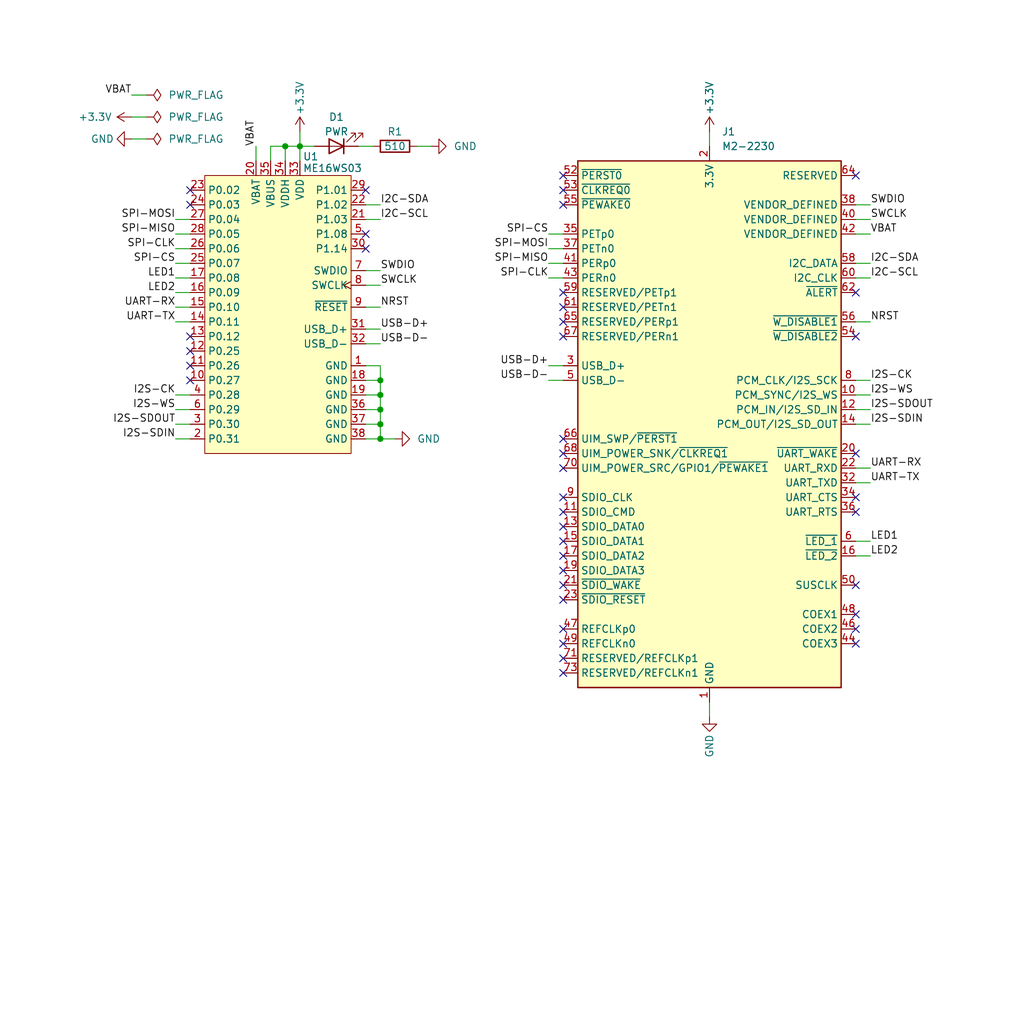
<source format=kicad_sch>
(kicad_sch
	(version 20250114)
	(generator "eeschema")
	(generator_version "9.0")
	(uuid "5d3f44a3-06fa-4a00-91f3-73420300870e")
	(paper "User" 177.8 177.8)
	(title_block
		(title "CARDSPANSION-NRF")
		(date "2025-08-21")
		(rev "REV0")
	)
	(lib_symbols
		(symbol "Connector:Bus_M.2_Socket_E"
			(exclude_from_sim no)
			(in_bom yes)
			(on_board yes)
			(property "Reference" "J"
				(at -22.86 46.99 0)
				(effects
					(font
						(size 1.27 1.27)
					)
					(justify left)
				)
			)
			(property "Value" "Bus_M.2_Socket_E"
				(at 16.51 46.99 0)
				(effects
					(font
						(size 1.27 1.27)
					)
				)
			)
			(property "Footprint" ""
				(at 0 26.67 0)
				(effects
					(font
						(size 1.27 1.27)
					)
					(hide yes)
				)
			)
			(property "Datasheet" "https://web.archive.org/web/20200613074028/http://read.pudn.com/downloads794/doc/project/3133918/PCIe_M.2_Electromechanical_Spec_Rev1.0_Final_11012013_RS_Clean.pdf#page=150"
				(at 0 12.7 0)
				(effects
					(font
						(size 1.27 1.27)
					)
					(hide yes)
				)
			)
			(property "Description" "M.2 Socket 1-SD Mechanical Key E"
				(at 0 0 0)
				(effects
					(font
						(size 1.27 1.27)
					)
					(hide yes)
				)
			)
			(property "ki_keywords" "M2 NGNF PCI-E"
				(at 0 0 0)
				(effects
					(font
						(size 1.27 1.27)
					)
					(hide yes)
				)
			)
			(property "ki_fp_filters" "*M*2*E*"
				(at 0 0 0)
				(effects
					(font
						(size 1.27 1.27)
					)
					(hide yes)
				)
			)
			(symbol "Bus_M.2_Socket_E_0_1"
				(rectangle
					(start -22.86 45.72)
					(end 22.86 -45.72)
					(stroke
						(width 0.254)
						(type default)
					)
					(fill
						(type background)
					)
				)
			)
			(symbol "Bus_M.2_Socket_E_1_1"
				(pin output line
					(at -25.4 43.18 0)
					(length 2.54)
					(name "~{PERST0}"
						(effects
							(font
								(size 1.27 1.27)
							)
						)
					)
					(number "52"
						(effects
							(font
								(size 1.27 1.27)
							)
						)
					)
				)
				(pin bidirectional line
					(at -25.4 40.64 0)
					(length 2.54)
					(name "~{CLKREQ0}"
						(effects
							(font
								(size 1.27 1.27)
							)
						)
					)
					(number "53"
						(effects
							(font
								(size 1.27 1.27)
							)
						)
					)
				)
				(pin bidirectional line
					(at -25.4 38.1 0)
					(length 2.54)
					(name "~{PEWAKE0}"
						(effects
							(font
								(size 1.27 1.27)
							)
						)
					)
					(number "55"
						(effects
							(font
								(size 1.27 1.27)
							)
						)
					)
				)
				(pin output line
					(at -25.4 33.02 0)
					(length 2.54)
					(name "PETp0"
						(effects
							(font
								(size 1.27 1.27)
							)
						)
					)
					(number "35"
						(effects
							(font
								(size 1.27 1.27)
							)
						)
					)
				)
				(pin output line
					(at -25.4 30.48 0)
					(length 2.54)
					(name "PETn0"
						(effects
							(font
								(size 1.27 1.27)
							)
						)
					)
					(number "37"
						(effects
							(font
								(size 1.27 1.27)
							)
						)
					)
				)
				(pin input line
					(at -25.4 27.94 0)
					(length 2.54)
					(name "PERp0"
						(effects
							(font
								(size 1.27 1.27)
							)
						)
					)
					(number "41"
						(effects
							(font
								(size 1.27 1.27)
							)
						)
					)
				)
				(pin input line
					(at -25.4 25.4 0)
					(length 2.54)
					(name "PERn0"
						(effects
							(font
								(size 1.27 1.27)
							)
						)
					)
					(number "43"
						(effects
							(font
								(size 1.27 1.27)
							)
						)
					)
				)
				(pin output line
					(at -25.4 22.86 0)
					(length 2.54)
					(name "RESERVED/PETp1"
						(effects
							(font
								(size 1.27 1.27)
							)
						)
					)
					(number "59"
						(effects
							(font
								(size 1.27 1.27)
							)
						)
					)
				)
				(pin output line
					(at -25.4 20.32 0)
					(length 2.54)
					(name "RESERVED/PETn1"
						(effects
							(font
								(size 1.27 1.27)
							)
						)
					)
					(number "61"
						(effects
							(font
								(size 1.27 1.27)
							)
						)
					)
				)
				(pin input line
					(at -25.4 17.78 0)
					(length 2.54)
					(name "RESERVED/PERp1"
						(effects
							(font
								(size 1.27 1.27)
							)
						)
					)
					(number "65"
						(effects
							(font
								(size 1.27 1.27)
							)
						)
					)
				)
				(pin input line
					(at -25.4 15.24 0)
					(length 2.54)
					(name "RESERVED/PERn1"
						(effects
							(font
								(size 1.27 1.27)
							)
						)
					)
					(number "67"
						(effects
							(font
								(size 1.27 1.27)
							)
						)
					)
				)
				(pin bidirectional line
					(at -25.4 10.16 0)
					(length 2.54)
					(name "USB_D+"
						(effects
							(font
								(size 1.27 1.27)
							)
						)
					)
					(number "3"
						(effects
							(font
								(size 1.27 1.27)
							)
						)
					)
				)
				(pin bidirectional line
					(at -25.4 7.62 0)
					(length 2.54)
					(name "USB_D-"
						(effects
							(font
								(size 1.27 1.27)
							)
						)
					)
					(number "5"
						(effects
							(font
								(size 1.27 1.27)
							)
						)
					)
				)
				(pin output line
					(at -25.4 -2.54 0)
					(length 2.54)
					(name "UIM_SWP/~{PERST1}"
						(effects
							(font
								(size 1.27 1.27)
							)
						)
					)
					(number "66"
						(effects
							(font
								(size 1.27 1.27)
							)
						)
					)
				)
				(pin bidirectional line
					(at -25.4 -5.08 0)
					(length 2.54)
					(name "UIM_POWER_SNK/~{CLKREQ1}"
						(effects
							(font
								(size 1.27 1.27)
							)
						)
					)
					(number "68"
						(effects
							(font
								(size 1.27 1.27)
							)
						)
					)
				)
				(pin bidirectional line
					(at -25.4 -7.62 0)
					(length 2.54)
					(name "UIM_POWER_SRC/GPIO1/~{PEWAKE1}"
						(effects
							(font
								(size 1.27 1.27)
							)
						)
					)
					(number "70"
						(effects
							(font
								(size 1.27 1.27)
							)
						)
					)
				)
				(pin output line
					(at -25.4 -12.7 0)
					(length 2.54)
					(name "SDIO_CLK"
						(effects
							(font
								(size 1.27 1.27)
							)
						)
					)
					(number "9"
						(effects
							(font
								(size 1.27 1.27)
							)
						)
					)
				)
				(pin bidirectional line
					(at -25.4 -15.24 0)
					(length 2.54)
					(name "SDIO_CMD"
						(effects
							(font
								(size 1.27 1.27)
							)
						)
					)
					(number "11"
						(effects
							(font
								(size 1.27 1.27)
							)
						)
					)
				)
				(pin bidirectional line
					(at -25.4 -17.78 0)
					(length 2.54)
					(name "SDIO_DATA0"
						(effects
							(font
								(size 1.27 1.27)
							)
						)
					)
					(number "13"
						(effects
							(font
								(size 1.27 1.27)
							)
						)
					)
				)
				(pin bidirectional line
					(at -25.4 -20.32 0)
					(length 2.54)
					(name "SDIO_DATA1"
						(effects
							(font
								(size 1.27 1.27)
							)
						)
					)
					(number "15"
						(effects
							(font
								(size 1.27 1.27)
							)
						)
					)
				)
				(pin bidirectional line
					(at -25.4 -22.86 0)
					(length 2.54)
					(name "SDIO_DATA2"
						(effects
							(font
								(size 1.27 1.27)
							)
						)
					)
					(number "17"
						(effects
							(font
								(size 1.27 1.27)
							)
						)
					)
				)
				(pin bidirectional line
					(at -25.4 -25.4 0)
					(length 2.54)
					(name "SDIO_DATA3"
						(effects
							(font
								(size 1.27 1.27)
							)
						)
					)
					(number "19"
						(effects
							(font
								(size 1.27 1.27)
							)
						)
					)
				)
				(pin input line
					(at -25.4 -27.94 0)
					(length 2.54)
					(name "~{SDIO_WAKE}"
						(effects
							(font
								(size 1.27 1.27)
							)
						)
					)
					(number "21"
						(effects
							(font
								(size 1.27 1.27)
							)
						)
					)
				)
				(pin output line
					(at -25.4 -30.48 0)
					(length 2.54)
					(name "~{SDIO_RESET}"
						(effects
							(font
								(size 1.27 1.27)
							)
						)
					)
					(number "23"
						(effects
							(font
								(size 1.27 1.27)
							)
						)
					)
				)
				(pin output line
					(at -25.4 -35.56 0)
					(length 2.54)
					(name "REFCLKp0"
						(effects
							(font
								(size 1.27 1.27)
							)
						)
					)
					(number "47"
						(effects
							(font
								(size 1.27 1.27)
							)
						)
					)
				)
				(pin output line
					(at -25.4 -38.1 0)
					(length 2.54)
					(name "REFCLKn0"
						(effects
							(font
								(size 1.27 1.27)
							)
						)
					)
					(number "49"
						(effects
							(font
								(size 1.27 1.27)
							)
						)
					)
				)
				(pin output line
					(at -25.4 -40.64 0)
					(length 2.54)
					(name "RESERVED/REFCLKp1"
						(effects
							(font
								(size 1.27 1.27)
							)
						)
					)
					(number "71"
						(effects
							(font
								(size 1.27 1.27)
							)
						)
					)
				)
				(pin output line
					(at -25.4 -43.18 0)
					(length 2.54)
					(name "RESERVED/REFCLKn1"
						(effects
							(font
								(size 1.27 1.27)
							)
						)
					)
					(number "73"
						(effects
							(font
								(size 1.27 1.27)
							)
						)
					)
				)
				(pin power_in line
					(at 0 48.26 270)
					(length 2.54)
					(name "3.3V"
						(effects
							(font
								(size 1.27 1.27)
							)
						)
					)
					(number "2"
						(effects
							(font
								(size 1.27 1.27)
							)
						)
					)
				)
				(pin passive line
					(at 0 48.26 270)
					(length 2.54)
					(hide yes)
					(name "3.3V"
						(effects
							(font
								(size 1.27 1.27)
							)
						)
					)
					(number "4"
						(effects
							(font
								(size 1.27 1.27)
							)
						)
					)
				)
				(pin passive line
					(at 0 48.26 270)
					(length 2.54)
					(hide yes)
					(name "3.3V"
						(effects
							(font
								(size 1.27 1.27)
							)
						)
					)
					(number "72"
						(effects
							(font
								(size 1.27 1.27)
							)
						)
					)
				)
				(pin passive line
					(at 0 48.26 270)
					(length 2.54)
					(hide yes)
					(name "3.3V"
						(effects
							(font
								(size 1.27 1.27)
							)
						)
					)
					(number "74"
						(effects
							(font
								(size 1.27 1.27)
							)
						)
					)
				)
				(pin power_in line
					(at 0 -48.26 90)
					(length 2.54)
					(name "GND"
						(effects
							(font
								(size 1.27 1.27)
							)
						)
					)
					(number "1"
						(effects
							(font
								(size 1.27 1.27)
							)
						)
					)
				)
				(pin passive line
					(at 0 -48.26 90)
					(length 2.54)
					(hide yes)
					(name "GND"
						(effects
							(font
								(size 1.27 1.27)
							)
						)
					)
					(number "18"
						(effects
							(font
								(size 1.27 1.27)
							)
						)
					)
				)
				(pin passive line
					(at 0 -48.26 90)
					(length 2.54)
					(hide yes)
					(name "GND"
						(effects
							(font
								(size 1.27 1.27)
							)
						)
					)
					(number "33"
						(effects
							(font
								(size 1.27 1.27)
							)
						)
					)
				)
				(pin passive line
					(at 0 -48.26 90)
					(length 2.54)
					(hide yes)
					(name "GND"
						(effects
							(font
								(size 1.27 1.27)
							)
						)
					)
					(number "39"
						(effects
							(font
								(size 1.27 1.27)
							)
						)
					)
				)
				(pin passive line
					(at 0 -48.26 90)
					(length 2.54)
					(hide yes)
					(name "GND"
						(effects
							(font
								(size 1.27 1.27)
							)
						)
					)
					(number "45"
						(effects
							(font
								(size 1.27 1.27)
							)
						)
					)
				)
				(pin passive line
					(at 0 -48.26 90)
					(length 2.54)
					(hide yes)
					(name "GND"
						(effects
							(font
								(size 1.27 1.27)
							)
						)
					)
					(number "51"
						(effects
							(font
								(size 1.27 1.27)
							)
						)
					)
				)
				(pin passive line
					(at 0 -48.26 90)
					(length 2.54)
					(hide yes)
					(name "GND"
						(effects
							(font
								(size 1.27 1.27)
							)
						)
					)
					(number "57"
						(effects
							(font
								(size 1.27 1.27)
							)
						)
					)
				)
				(pin passive line
					(at 0 -48.26 90)
					(length 2.54)
					(hide yes)
					(name "GND"
						(effects
							(font
								(size 1.27 1.27)
							)
						)
					)
					(number "63"
						(effects
							(font
								(size 1.27 1.27)
							)
						)
					)
				)
				(pin passive line
					(at 0 -48.26 90)
					(length 2.54)
					(hide yes)
					(name "GND"
						(effects
							(font
								(size 1.27 1.27)
							)
						)
					)
					(number "69"
						(effects
							(font
								(size 1.27 1.27)
							)
						)
					)
				)
				(pin passive line
					(at 0 -48.26 90)
					(length 2.54)
					(hide yes)
					(name "GND"
						(effects
							(font
								(size 1.27 1.27)
							)
						)
					)
					(number "7"
						(effects
							(font
								(size 1.27 1.27)
							)
						)
					)
				)
				(pin passive line
					(at 0 -48.26 90)
					(length 2.54)
					(hide yes)
					(name "GND"
						(effects
							(font
								(size 1.27 1.27)
							)
						)
					)
					(number "75"
						(effects
							(font
								(size 1.27 1.27)
							)
						)
					)
				)
				(pin passive line
					(at 25.4 43.18 180)
					(length 2.54)
					(name "RESERVED"
						(effects
							(font
								(size 1.27 1.27)
							)
						)
					)
					(number "64"
						(effects
							(font
								(size 1.27 1.27)
							)
						)
					)
				)
				(pin passive line
					(at 25.4 38.1 180)
					(length 2.54)
					(name "VENDOR_DEFINED"
						(effects
							(font
								(size 1.27 1.27)
							)
						)
					)
					(number "38"
						(effects
							(font
								(size 1.27 1.27)
							)
						)
					)
				)
				(pin passive line
					(at 25.4 35.56 180)
					(length 2.54)
					(name "VENDOR_DEFINED"
						(effects
							(font
								(size 1.27 1.27)
							)
						)
					)
					(number "40"
						(effects
							(font
								(size 1.27 1.27)
							)
						)
					)
				)
				(pin passive line
					(at 25.4 33.02 180)
					(length 2.54)
					(name "VENDOR_DEFINED"
						(effects
							(font
								(size 1.27 1.27)
							)
						)
					)
					(number "42"
						(effects
							(font
								(size 1.27 1.27)
							)
						)
					)
				)
				(pin bidirectional line
					(at 25.4 27.94 180)
					(length 2.54)
					(name "I2C_DATA"
						(effects
							(font
								(size 1.27 1.27)
							)
						)
					)
					(number "58"
						(effects
							(font
								(size 1.27 1.27)
							)
						)
					)
				)
				(pin output line
					(at 25.4 25.4 180)
					(length 2.54)
					(name "I2C_CLK"
						(effects
							(font
								(size 1.27 1.27)
							)
						)
					)
					(number "60"
						(effects
							(font
								(size 1.27 1.27)
							)
						)
					)
				)
				(pin input line
					(at 25.4 22.86 180)
					(length 2.54)
					(name "~{ALERT}"
						(effects
							(font
								(size 1.27 1.27)
							)
						)
					)
					(number "62"
						(effects
							(font
								(size 1.27 1.27)
							)
						)
					)
				)
				(pin output line
					(at 25.4 17.78 180)
					(length 2.54)
					(name "~{W_DISABLE1}"
						(effects
							(font
								(size 1.27 1.27)
							)
						)
					)
					(number "56"
						(effects
							(font
								(size 1.27 1.27)
							)
						)
					)
				)
				(pin output line
					(at 25.4 15.24 180)
					(length 2.54)
					(name "~{W_DISABLE2}"
						(effects
							(font
								(size 1.27 1.27)
							)
						)
					)
					(number "54"
						(effects
							(font
								(size 1.27 1.27)
							)
						)
					)
				)
				(pin bidirectional line
					(at 25.4 7.62 180)
					(length 2.54)
					(name "PCM_CLK/I2S_SCK"
						(effects
							(font
								(size 1.27 1.27)
							)
						)
					)
					(number "8"
						(effects
							(font
								(size 1.27 1.27)
							)
						)
					)
				)
				(pin bidirectional line
					(at 25.4 5.08 180)
					(length 2.54)
					(name "PCM_SYNC/I2S_WS"
						(effects
							(font
								(size 1.27 1.27)
							)
						)
					)
					(number "10"
						(effects
							(font
								(size 1.27 1.27)
							)
						)
					)
				)
				(pin input line
					(at 25.4 2.54 180)
					(length 2.54)
					(name "PCM_IN/I2S_SD_IN"
						(effects
							(font
								(size 1.27 1.27)
							)
						)
					)
					(number "12"
						(effects
							(font
								(size 1.27 1.27)
							)
						)
					)
				)
				(pin output line
					(at 25.4 0 180)
					(length 2.54)
					(name "PCM_OUT/I2S_SD_OUT"
						(effects
							(font
								(size 1.27 1.27)
							)
						)
					)
					(number "14"
						(effects
							(font
								(size 1.27 1.27)
							)
						)
					)
				)
				(pin input line
					(at 25.4 -5.08 180)
					(length 2.54)
					(name "~{UART_WAKE}"
						(effects
							(font
								(size 1.27 1.27)
							)
						)
					)
					(number "20"
						(effects
							(font
								(size 1.27 1.27)
							)
						)
					)
				)
				(pin input line
					(at 25.4 -7.62 180)
					(length 2.54)
					(name "UART_RXD"
						(effects
							(font
								(size 1.27 1.27)
							)
						)
					)
					(number "22"
						(effects
							(font
								(size 1.27 1.27)
							)
						)
					)
				)
				(pin output line
					(at 25.4 -10.16 180)
					(length 2.54)
					(name "UART_TXD"
						(effects
							(font
								(size 1.27 1.27)
							)
						)
					)
					(number "32"
						(effects
							(font
								(size 1.27 1.27)
							)
						)
					)
				)
				(pin input line
					(at 25.4 -12.7 180)
					(length 2.54)
					(name "UART_CTS"
						(effects
							(font
								(size 1.27 1.27)
							)
						)
					)
					(number "34"
						(effects
							(font
								(size 1.27 1.27)
							)
						)
					)
				)
				(pin output line
					(at 25.4 -15.24 180)
					(length 2.54)
					(name "UART_RTS"
						(effects
							(font
								(size 1.27 1.27)
							)
						)
					)
					(number "36"
						(effects
							(font
								(size 1.27 1.27)
							)
						)
					)
				)
				(pin open_collector line
					(at 25.4 -20.32 180)
					(length 2.54)
					(name "~{LED_1}"
						(effects
							(font
								(size 1.27 1.27)
							)
						)
					)
					(number "6"
						(effects
							(font
								(size 1.27 1.27)
							)
						)
					)
				)
				(pin open_collector line
					(at 25.4 -22.86 180)
					(length 2.54)
					(name "~{LED_2}"
						(effects
							(font
								(size 1.27 1.27)
							)
						)
					)
					(number "16"
						(effects
							(font
								(size 1.27 1.27)
							)
						)
					)
				)
				(pin output line
					(at 25.4 -27.94 180)
					(length 2.54)
					(name "SUSCLK"
						(effects
							(font
								(size 1.27 1.27)
							)
						)
					)
					(number "50"
						(effects
							(font
								(size 1.27 1.27)
							)
						)
					)
				)
				(pin bidirectional line
					(at 25.4 -33.02 180)
					(length 2.54)
					(name "COEX1"
						(effects
							(font
								(size 1.27 1.27)
							)
						)
					)
					(number "48"
						(effects
							(font
								(size 1.27 1.27)
							)
						)
					)
				)
				(pin bidirectional line
					(at 25.4 -35.56 180)
					(length 2.54)
					(name "COEX2"
						(effects
							(font
								(size 1.27 1.27)
							)
						)
					)
					(number "46"
						(effects
							(font
								(size 1.27 1.27)
							)
						)
					)
				)
				(pin bidirectional line
					(at 25.4 -38.1 180)
					(length 2.54)
					(name "COEX3"
						(effects
							(font
								(size 1.27 1.27)
							)
						)
					)
					(number "44"
						(effects
							(font
								(size 1.27 1.27)
							)
						)
					)
				)
			)
			(embedded_fonts no)
		)
		(symbol "Custom:ME16WS03"
			(exclude_from_sim no)
			(in_bom yes)
			(on_board yes)
			(property "Reference" "U"
				(at 17.018 3.302 0)
				(do_not_autoplace)
				(effects
					(font
						(size 1.27 1.27)
					)
					(justify left)
				)
			)
			(property "Value" "ME16WS03"
				(at 17.018 1.27 0)
				(do_not_autoplace)
				(effects
					(font
						(size 1.27 1.27)
					)
					(justify left)
				)
			)
			(property "Footprint" "CUSTOM-LIBRARIES:ME16WS03"
				(at 0 0 0)
				(effects
					(font
						(size 1.27 1.27)
					)
					(hide yes)
				)
			)
			(property "Datasheet" "https://store.minewsemi.com/wp-content/uploads/2024/12/ME16WS03-nRF7002nRF5340_Datasheet_K_EN.pdf"
				(at 0 0 0)
				(effects
					(font
						(size 1.27 1.27)
					)
					(hide yes)
				)
			)
			(property "Description" "MINEWSEMI NRF7002 + NRF5340 Wi-Fi 6 BLE WIRELESS MODULE"
				(at 0 0 0)
				(effects
					(font
						(size 1.27 1.27)
					)
					(hide yes)
				)
			)
			(property "ki_keywords" "MINEWSEMI NRF70 NRF5340 Wi-Fi Bluetooth"
				(at 0 0 0)
				(effects
					(font
						(size 1.27 1.27)
					)
					(hide yes)
				)
			)
			(symbol "ME16WS03_1_1"
				(rectangle
					(start 0 0)
					(end 25.4 -48.26)
					(stroke
						(width 0)
						(type solid)
					)
					(fill
						(type background)
					)
				)
				(pin bidirectional line
					(at -2.54 -2.54 0)
					(length 2.54)
					(name "P0.02"
						(effects
							(font
								(size 1.27 1.27)
							)
						)
					)
					(number "23"
						(effects
							(font
								(size 1.27 1.27)
							)
						)
					)
				)
				(pin bidirectional line
					(at -2.54 -5.08 0)
					(length 2.54)
					(name "P0.03"
						(effects
							(font
								(size 1.27 1.27)
							)
						)
					)
					(number "24"
						(effects
							(font
								(size 1.27 1.27)
							)
						)
					)
				)
				(pin bidirectional line
					(at -2.54 -7.62 0)
					(length 2.54)
					(name "P0.04"
						(effects
							(font
								(size 1.27 1.27)
							)
						)
					)
					(number "27"
						(effects
							(font
								(size 1.27 1.27)
							)
						)
					)
				)
				(pin bidirectional line
					(at -2.54 -10.16 0)
					(length 2.54)
					(name "P0.05"
						(effects
							(font
								(size 1.27 1.27)
							)
						)
					)
					(number "28"
						(effects
							(font
								(size 1.27 1.27)
							)
						)
					)
				)
				(pin bidirectional line
					(at -2.54 -12.7 0)
					(length 2.54)
					(name "P0.06"
						(effects
							(font
								(size 1.27 1.27)
							)
						)
					)
					(number "26"
						(effects
							(font
								(size 1.27 1.27)
							)
						)
					)
				)
				(pin bidirectional line
					(at -2.54 -15.24 0)
					(length 2.54)
					(name "P0.07"
						(effects
							(font
								(size 1.27 1.27)
							)
						)
					)
					(number "25"
						(effects
							(font
								(size 1.27 1.27)
							)
						)
					)
				)
				(pin bidirectional line
					(at -2.54 -17.78 0)
					(length 2.54)
					(name "P0.08"
						(effects
							(font
								(size 1.27 1.27)
							)
						)
					)
					(number "17"
						(effects
							(font
								(size 1.27 1.27)
							)
						)
					)
				)
				(pin bidirectional line
					(at -2.54 -20.32 0)
					(length 2.54)
					(name "P0.09"
						(effects
							(font
								(size 1.27 1.27)
							)
						)
					)
					(number "16"
						(effects
							(font
								(size 1.27 1.27)
							)
						)
					)
				)
				(pin bidirectional line
					(at -2.54 -22.86 0)
					(length 2.54)
					(name "P0.10"
						(effects
							(font
								(size 1.27 1.27)
							)
						)
					)
					(number "15"
						(effects
							(font
								(size 1.27 1.27)
							)
						)
					)
				)
				(pin bidirectional line
					(at -2.54 -25.4 0)
					(length 2.54)
					(name "P0.11"
						(effects
							(font
								(size 1.27 1.27)
							)
						)
					)
					(number "14"
						(effects
							(font
								(size 1.27 1.27)
							)
						)
					)
				)
				(pin bidirectional line
					(at -2.54 -27.94 0)
					(length 2.54)
					(name "P0.12"
						(effects
							(font
								(size 1.27 1.27)
							)
						)
					)
					(number "13"
						(effects
							(font
								(size 1.27 1.27)
							)
						)
					)
				)
				(pin bidirectional line
					(at -2.54 -30.48 0)
					(length 2.54)
					(name "P0.25"
						(effects
							(font
								(size 1.27 1.27)
							)
						)
					)
					(number "12"
						(effects
							(font
								(size 1.27 1.27)
							)
						)
					)
				)
				(pin bidirectional line
					(at -2.54 -33.02 0)
					(length 2.54)
					(name "P0.26"
						(effects
							(font
								(size 1.27 1.27)
							)
						)
					)
					(number "11"
						(effects
							(font
								(size 1.27 1.27)
							)
						)
					)
				)
				(pin bidirectional line
					(at -2.54 -35.56 0)
					(length 2.54)
					(name "P0.27"
						(effects
							(font
								(size 1.27 1.27)
							)
						)
					)
					(number "10"
						(effects
							(font
								(size 1.27 1.27)
							)
						)
					)
				)
				(pin bidirectional line
					(at -2.54 -38.1 0)
					(length 2.54)
					(name "P0.28"
						(effects
							(font
								(size 1.27 1.27)
							)
						)
					)
					(number "4"
						(effects
							(font
								(size 1.27 1.27)
							)
						)
					)
				)
				(pin bidirectional line
					(at -2.54 -40.64 0)
					(length 2.54)
					(name "P0.29"
						(effects
							(font
								(size 1.27 1.27)
							)
						)
					)
					(number "6"
						(effects
							(font
								(size 1.27 1.27)
							)
						)
					)
				)
				(pin bidirectional line
					(at -2.54 -43.18 0)
					(length 2.54)
					(name "P0.30"
						(effects
							(font
								(size 1.27 1.27)
							)
						)
					)
					(number "3"
						(effects
							(font
								(size 1.27 1.27)
							)
						)
					)
				)
				(pin bidirectional line
					(at -2.54 -45.72 0)
					(length 2.54)
					(name "P0.31"
						(effects
							(font
								(size 1.27 1.27)
							)
						)
					)
					(number "2"
						(effects
							(font
								(size 1.27 1.27)
							)
						)
					)
				)
				(pin power_in line
					(at 8.89 2.54 270)
					(length 2.54)
					(name "VBAT"
						(effects
							(font
								(size 1.27 1.27)
							)
						)
					)
					(number "20"
						(effects
							(font
								(size 1.27 1.27)
							)
						)
					)
				)
				(pin power_in line
					(at 11.43 2.54 270)
					(length 2.54)
					(name "VBUS"
						(effects
							(font
								(size 1.27 1.27)
							)
						)
					)
					(number "35"
						(effects
							(font
								(size 1.27 1.27)
							)
						)
					)
				)
				(pin power_in line
					(at 13.97 2.54 270)
					(length 2.54)
					(name "VDDH"
						(effects
							(font
								(size 1.27 1.27)
							)
						)
					)
					(number "34"
						(effects
							(font
								(size 1.27 1.27)
							)
						)
					)
				)
				(pin power_in line
					(at 16.51 2.54 270)
					(length 2.54)
					(name "VDD"
						(effects
							(font
								(size 1.27 1.27)
							)
						)
					)
					(number "33"
						(effects
							(font
								(size 1.27 1.27)
							)
						)
					)
				)
				(pin bidirectional line
					(at 27.94 -2.54 180)
					(length 2.54)
					(name "P1.01"
						(effects
							(font
								(size 1.27 1.27)
							)
						)
					)
					(number "29"
						(effects
							(font
								(size 1.27 1.27)
							)
						)
					)
				)
				(pin bidirectional line
					(at 27.94 -5.08 180)
					(length 2.54)
					(name "P1.02"
						(effects
							(font
								(size 1.27 1.27)
							)
						)
					)
					(number "22"
						(effects
							(font
								(size 1.27 1.27)
							)
						)
					)
				)
				(pin bidirectional line
					(at 27.94 -7.62 180)
					(length 2.54)
					(name "P1.03"
						(effects
							(font
								(size 1.27 1.27)
							)
						)
					)
					(number "21"
						(effects
							(font
								(size 1.27 1.27)
							)
						)
					)
				)
				(pin bidirectional line
					(at 27.94 -10.16 180)
					(length 2.54)
					(name "P1.08"
						(effects
							(font
								(size 1.27 1.27)
							)
						)
					)
					(number "5"
						(effects
							(font
								(size 1.27 1.27)
							)
						)
					)
				)
				(pin bidirectional line
					(at 27.94 -12.7 180)
					(length 2.54)
					(name "P1.14"
						(effects
							(font
								(size 1.27 1.27)
							)
						)
					)
					(number "30"
						(effects
							(font
								(size 1.27 1.27)
							)
						)
					)
				)
				(pin bidirectional line
					(at 27.94 -16.51 180)
					(length 2.54)
					(name "SWDIO"
						(effects
							(font
								(size 1.27 1.27)
							)
						)
					)
					(number "7"
						(effects
							(font
								(size 1.27 1.27)
							)
						)
					)
				)
				(pin output clock
					(at 27.94 -19.05 180)
					(length 2.54)
					(name "SWCLK"
						(effects
							(font
								(size 1.27 1.27)
							)
						)
					)
					(number "8"
						(effects
							(font
								(size 1.27 1.27)
							)
						)
					)
				)
				(pin input line
					(at 27.94 -22.86 180)
					(length 2.54)
					(name "~{RESET}"
						(effects
							(font
								(size 1.27 1.27)
							)
						)
					)
					(number "9"
						(effects
							(font
								(size 1.27 1.27)
							)
						)
					)
				)
				(pin bidirectional line
					(at 27.94 -26.67 180)
					(length 2.54)
					(name "USB_D+"
						(effects
							(font
								(size 1.27 1.27)
							)
						)
					)
					(number "31"
						(effects
							(font
								(size 1.27 1.27)
							)
						)
					)
				)
				(pin bidirectional line
					(at 27.94 -29.21 180)
					(length 2.54)
					(name "USB_D-"
						(effects
							(font
								(size 1.27 1.27)
							)
						)
					)
					(number "32"
						(effects
							(font
								(size 1.27 1.27)
							)
						)
					)
				)
				(pin power_in line
					(at 27.94 -33.02 180)
					(length 2.54)
					(name "GND"
						(effects
							(font
								(size 1.27 1.27)
							)
						)
					)
					(number "1"
						(effects
							(font
								(size 1.27 1.27)
							)
						)
					)
				)
				(pin power_in line
					(at 27.94 -35.56 180)
					(length 2.54)
					(name "GND"
						(effects
							(font
								(size 1.27 1.27)
							)
						)
					)
					(number "18"
						(effects
							(font
								(size 1.27 1.27)
							)
						)
					)
				)
				(pin power_in line
					(at 27.94 -38.1 180)
					(length 2.54)
					(name "GND"
						(effects
							(font
								(size 1.27 1.27)
							)
						)
					)
					(number "19"
						(effects
							(font
								(size 1.27 1.27)
							)
						)
					)
				)
				(pin power_in line
					(at 27.94 -40.64 180)
					(length 2.54)
					(name "GND"
						(effects
							(font
								(size 1.27 1.27)
							)
						)
					)
					(number "36"
						(effects
							(font
								(size 1.27 1.27)
							)
						)
					)
				)
				(pin power_in line
					(at 27.94 -43.18 180)
					(length 2.54)
					(name "GND"
						(effects
							(font
								(size 1.27 1.27)
							)
						)
					)
					(number "37"
						(effects
							(font
								(size 1.27 1.27)
							)
						)
					)
				)
				(pin power_in line
					(at 27.94 -45.72 180)
					(length 2.54)
					(name "GND"
						(effects
							(font
								(size 1.27 1.27)
							)
						)
					)
					(number "38"
						(effects
							(font
								(size 1.27 1.27)
							)
						)
					)
				)
			)
			(embedded_fonts no)
		)
		(symbol "Device:LED"
			(pin_numbers
				(hide yes)
			)
			(pin_names
				(offset 1.016)
				(hide yes)
			)
			(exclude_from_sim no)
			(in_bom yes)
			(on_board yes)
			(property "Reference" "D"
				(at 0 2.54 0)
				(effects
					(font
						(size 1.27 1.27)
					)
				)
			)
			(property "Value" "LED"
				(at 0 -2.54 0)
				(effects
					(font
						(size 1.27 1.27)
					)
				)
			)
			(property "Footprint" ""
				(at 0 0 0)
				(effects
					(font
						(size 1.27 1.27)
					)
					(hide yes)
				)
			)
			(property "Datasheet" "~"
				(at 0 0 0)
				(effects
					(font
						(size 1.27 1.27)
					)
					(hide yes)
				)
			)
			(property "Description" "Light emitting diode"
				(at 0 0 0)
				(effects
					(font
						(size 1.27 1.27)
					)
					(hide yes)
				)
			)
			(property "Sim.Pins" "1=K 2=A"
				(at 0 0 0)
				(effects
					(font
						(size 1.27 1.27)
					)
					(hide yes)
				)
			)
			(property "ki_keywords" "LED diode"
				(at 0 0 0)
				(effects
					(font
						(size 1.27 1.27)
					)
					(hide yes)
				)
			)
			(property "ki_fp_filters" "LED* LED_SMD:* LED_THT:*"
				(at 0 0 0)
				(effects
					(font
						(size 1.27 1.27)
					)
					(hide yes)
				)
			)
			(symbol "LED_0_1"
				(polyline
					(pts
						(xy -3.048 -0.762) (xy -4.572 -2.286) (xy -3.81 -2.286) (xy -4.572 -2.286) (xy -4.572 -1.524)
					)
					(stroke
						(width 0)
						(type default)
					)
					(fill
						(type none)
					)
				)
				(polyline
					(pts
						(xy -1.778 -0.762) (xy -3.302 -2.286) (xy -2.54 -2.286) (xy -3.302 -2.286) (xy -3.302 -1.524)
					)
					(stroke
						(width 0)
						(type default)
					)
					(fill
						(type none)
					)
				)
				(polyline
					(pts
						(xy -1.27 0) (xy 1.27 0)
					)
					(stroke
						(width 0)
						(type default)
					)
					(fill
						(type none)
					)
				)
				(polyline
					(pts
						(xy -1.27 -1.27) (xy -1.27 1.27)
					)
					(stroke
						(width 0.254)
						(type default)
					)
					(fill
						(type none)
					)
				)
				(polyline
					(pts
						(xy 1.27 -1.27) (xy 1.27 1.27) (xy -1.27 0) (xy 1.27 -1.27)
					)
					(stroke
						(width 0.254)
						(type default)
					)
					(fill
						(type none)
					)
				)
			)
			(symbol "LED_1_1"
				(pin passive line
					(at -3.81 0 0)
					(length 2.54)
					(name "K"
						(effects
							(font
								(size 1.27 1.27)
							)
						)
					)
					(number "1"
						(effects
							(font
								(size 1.27 1.27)
							)
						)
					)
				)
				(pin passive line
					(at 3.81 0 180)
					(length 2.54)
					(name "A"
						(effects
							(font
								(size 1.27 1.27)
							)
						)
					)
					(number "2"
						(effects
							(font
								(size 1.27 1.27)
							)
						)
					)
				)
			)
			(embedded_fonts no)
		)
		(symbol "Device:R"
			(pin_numbers
				(hide yes)
			)
			(pin_names
				(offset 0)
			)
			(exclude_from_sim no)
			(in_bom yes)
			(on_board yes)
			(property "Reference" "R"
				(at 2.032 0 90)
				(effects
					(font
						(size 1.27 1.27)
					)
				)
			)
			(property "Value" "R"
				(at 0 0 90)
				(effects
					(font
						(size 1.27 1.27)
					)
				)
			)
			(property "Footprint" ""
				(at -1.778 0 90)
				(effects
					(font
						(size 1.27 1.27)
					)
					(hide yes)
				)
			)
			(property "Datasheet" "~"
				(at 0 0 0)
				(effects
					(font
						(size 1.27 1.27)
					)
					(hide yes)
				)
			)
			(property "Description" "Resistor"
				(at 0 0 0)
				(effects
					(font
						(size 1.27 1.27)
					)
					(hide yes)
				)
			)
			(property "ki_keywords" "R res resistor"
				(at 0 0 0)
				(effects
					(font
						(size 1.27 1.27)
					)
					(hide yes)
				)
			)
			(property "ki_fp_filters" "R_*"
				(at 0 0 0)
				(effects
					(font
						(size 1.27 1.27)
					)
					(hide yes)
				)
			)
			(symbol "R_0_1"
				(rectangle
					(start -1.016 -2.54)
					(end 1.016 2.54)
					(stroke
						(width 0.254)
						(type default)
					)
					(fill
						(type none)
					)
				)
			)
			(symbol "R_1_1"
				(pin passive line
					(at 0 3.81 270)
					(length 1.27)
					(name "~"
						(effects
							(font
								(size 1.27 1.27)
							)
						)
					)
					(number "1"
						(effects
							(font
								(size 1.27 1.27)
							)
						)
					)
				)
				(pin passive line
					(at 0 -3.81 90)
					(length 1.27)
					(name "~"
						(effects
							(font
								(size 1.27 1.27)
							)
						)
					)
					(number "2"
						(effects
							(font
								(size 1.27 1.27)
							)
						)
					)
				)
			)
			(embedded_fonts no)
		)
		(symbol "power:+3.3V"
			(power)
			(pin_numbers
				(hide yes)
			)
			(pin_names
				(offset 0)
				(hide yes)
			)
			(exclude_from_sim no)
			(in_bom yes)
			(on_board yes)
			(property "Reference" "#PWR"
				(at 0 -3.81 0)
				(effects
					(font
						(size 1.27 1.27)
					)
					(hide yes)
				)
			)
			(property "Value" "+3.3V"
				(at 0 3.556 0)
				(effects
					(font
						(size 1.27 1.27)
					)
				)
			)
			(property "Footprint" ""
				(at 0 0 0)
				(effects
					(font
						(size 1.27 1.27)
					)
					(hide yes)
				)
			)
			(property "Datasheet" ""
				(at 0 0 0)
				(effects
					(font
						(size 1.27 1.27)
					)
					(hide yes)
				)
			)
			(property "Description" "Power symbol creates a global label with name \"+3.3V\""
				(at 0 0 0)
				(effects
					(font
						(size 1.27 1.27)
					)
					(hide yes)
				)
			)
			(property "ki_keywords" "global power"
				(at 0 0 0)
				(effects
					(font
						(size 1.27 1.27)
					)
					(hide yes)
				)
			)
			(symbol "+3.3V_0_1"
				(polyline
					(pts
						(xy -0.762 1.27) (xy 0 2.54)
					)
					(stroke
						(width 0)
						(type default)
					)
					(fill
						(type none)
					)
				)
				(polyline
					(pts
						(xy 0 2.54) (xy 0.762 1.27)
					)
					(stroke
						(width 0)
						(type default)
					)
					(fill
						(type none)
					)
				)
				(polyline
					(pts
						(xy 0 0) (xy 0 2.54)
					)
					(stroke
						(width 0)
						(type default)
					)
					(fill
						(type none)
					)
				)
			)
			(symbol "+3.3V_1_1"
				(pin power_in line
					(at 0 0 90)
					(length 0)
					(name "~"
						(effects
							(font
								(size 1.27 1.27)
							)
						)
					)
					(number "1"
						(effects
							(font
								(size 1.27 1.27)
							)
						)
					)
				)
			)
			(embedded_fonts no)
		)
		(symbol "power:GND"
			(power)
			(pin_numbers
				(hide yes)
			)
			(pin_names
				(offset 0)
				(hide yes)
			)
			(exclude_from_sim no)
			(in_bom yes)
			(on_board yes)
			(property "Reference" "#PWR"
				(at 0 -6.35 0)
				(effects
					(font
						(size 1.27 1.27)
					)
					(hide yes)
				)
			)
			(property "Value" "GND"
				(at 0 -3.81 0)
				(effects
					(font
						(size 1.27 1.27)
					)
				)
			)
			(property "Footprint" ""
				(at 0 0 0)
				(effects
					(font
						(size 1.27 1.27)
					)
					(hide yes)
				)
			)
			(property "Datasheet" ""
				(at 0 0 0)
				(effects
					(font
						(size 1.27 1.27)
					)
					(hide yes)
				)
			)
			(property "Description" "Power symbol creates a global label with name \"GND\" , ground"
				(at 0 0 0)
				(effects
					(font
						(size 1.27 1.27)
					)
					(hide yes)
				)
			)
			(property "ki_keywords" "global power"
				(at 0 0 0)
				(effects
					(font
						(size 1.27 1.27)
					)
					(hide yes)
				)
			)
			(symbol "GND_0_1"
				(polyline
					(pts
						(xy 0 0) (xy 0 -1.27) (xy 1.27 -1.27) (xy 0 -2.54) (xy -1.27 -1.27) (xy 0 -1.27)
					)
					(stroke
						(width 0)
						(type default)
					)
					(fill
						(type none)
					)
				)
			)
			(symbol "GND_1_1"
				(pin power_in line
					(at 0 0 270)
					(length 0)
					(name "~"
						(effects
							(font
								(size 1.27 1.27)
							)
						)
					)
					(number "1"
						(effects
							(font
								(size 1.27 1.27)
							)
						)
					)
				)
			)
			(embedded_fonts no)
		)
		(symbol "power:PWR_FLAG"
			(power)
			(pin_numbers
				(hide yes)
			)
			(pin_names
				(offset 0)
				(hide yes)
			)
			(exclude_from_sim no)
			(in_bom yes)
			(on_board yes)
			(property "Reference" "#FLG"
				(at 0 1.905 0)
				(effects
					(font
						(size 1.27 1.27)
					)
					(hide yes)
				)
			)
			(property "Value" "PWR_FLAG"
				(at 0 3.81 0)
				(effects
					(font
						(size 1.27 1.27)
					)
				)
			)
			(property "Footprint" ""
				(at 0 0 0)
				(effects
					(font
						(size 1.27 1.27)
					)
					(hide yes)
				)
			)
			(property "Datasheet" "~"
				(at 0 0 0)
				(effects
					(font
						(size 1.27 1.27)
					)
					(hide yes)
				)
			)
			(property "Description" "Special symbol for telling ERC where power comes from"
				(at 0 0 0)
				(effects
					(font
						(size 1.27 1.27)
					)
					(hide yes)
				)
			)
			(property "ki_keywords" "flag power"
				(at 0 0 0)
				(effects
					(font
						(size 1.27 1.27)
					)
					(hide yes)
				)
			)
			(symbol "PWR_FLAG_0_0"
				(pin power_out line
					(at 0 0 90)
					(length 0)
					(name "~"
						(effects
							(font
								(size 1.27 1.27)
							)
						)
					)
					(number "1"
						(effects
							(font
								(size 1.27 1.27)
							)
						)
					)
				)
			)
			(symbol "PWR_FLAG_0_1"
				(polyline
					(pts
						(xy 0 0) (xy 0 1.27) (xy -1.016 1.905) (xy 0 2.54) (xy 1.016 1.905) (xy 0 1.27)
					)
					(stroke
						(width 0)
						(type default)
					)
					(fill
						(type none)
					)
				)
			)
			(embedded_fonts no)
		)
	)
	(junction
		(at 66.04 73.66)
		(diameter 0)
		(color 0 0 0 0)
		(uuid "3cd23b72-ca5b-45f9-aa4f-70f8cb00e32d")
	)
	(junction
		(at 66.04 66.04)
		(diameter 0)
		(color 0 0 0 0)
		(uuid "72e993b0-bd6c-4c09-9596-a6d47bc3b95b")
	)
	(junction
		(at 66.04 76.2)
		(diameter 0)
		(color 0 0 0 0)
		(uuid "780c0b83-73cb-4b87-b96f-9d00e603c351")
	)
	(junction
		(at 66.04 71.12)
		(diameter 0)
		(color 0 0 0 0)
		(uuid "8e750f1f-97f7-43aa-aa10-d850316779dd")
	)
	(junction
		(at 49.53 25.4)
		(diameter 0)
		(color 0 0 0 0)
		(uuid "9ac5390b-0e7d-4b53-a097-68589ebdf0d5")
	)
	(junction
		(at 52.07 25.4)
		(diameter 0)
		(color 0 0 0 0)
		(uuid "d537a15e-ff41-4e21-8ed7-bd2a90f1ddde")
	)
	(junction
		(at 66.04 68.58)
		(diameter 0)
		(color 0 0 0 0)
		(uuid "e07b8db9-7ae7-4087-a8dc-270a96e36f00")
	)
	(no_connect
		(at 97.79 81.28)
		(uuid "1671eb1b-4d41-4734-b8e8-6f3fe0d5772e")
	)
	(no_connect
		(at 97.79 30.48)
		(uuid "17467dc5-32dc-4fe3-ac5d-e4a2fcbdc654")
	)
	(no_connect
		(at 148.59 86.36)
		(uuid "1a7e544b-5880-4126-bcff-dd474fbecda4")
	)
	(no_connect
		(at 97.79 55.88)
		(uuid "3be26476-4193-4eaf-8f63-d91c2db1b035")
	)
	(no_connect
		(at 148.59 109.22)
		(uuid "3e67ac1b-4236-4df9-94d7-a896ef7c3bef")
	)
	(no_connect
		(at 97.79 58.42)
		(uuid "46643d93-1d88-42d2-a9e8-5e2d59c0ef09")
	)
	(no_connect
		(at 97.79 35.56)
		(uuid "54966ae7-247c-454a-87b2-d03146461116")
	)
	(no_connect
		(at 33.02 58.42)
		(uuid "5bec58ab-84b5-457f-a04c-ddc60f18d560")
	)
	(no_connect
		(at 148.59 88.9)
		(uuid "6a7955fc-25de-42fd-8971-8edf5b966d6f")
	)
	(no_connect
		(at 33.02 60.96)
		(uuid "6bae09c2-8353-4f07-8379-600c9b0694fe")
	)
	(no_connect
		(at 97.79 91.44)
		(uuid "75427c61-762d-4440-98e1-760429317078")
	)
	(no_connect
		(at 97.79 99.06)
		(uuid "7644f0e8-b9b1-4057-ad4e-01bc85c9369c")
	)
	(no_connect
		(at 97.79 78.74)
		(uuid "7b5769a1-fea0-4e89-96e1-31b4966461cf")
	)
	(no_connect
		(at 148.59 78.74)
		(uuid "7d8eb175-69b7-4d94-beb5-4cee3135e1d3")
	)
	(no_connect
		(at 33.02 33.02)
		(uuid "8582cfab-0912-447f-b493-dd87fc4b0f58")
	)
	(no_connect
		(at 63.5 33.02)
		(uuid "871e3dfa-14eb-4a82-bd74-4c11df06df20")
	)
	(no_connect
		(at 148.59 101.6)
		(uuid "8b732446-a6c9-4f9e-aecb-6f3690f8c19e")
	)
	(no_connect
		(at 63.5 43.18)
		(uuid "8bbfe1e9-ff7d-444e-98e5-36c0ebef51ad")
	)
	(no_connect
		(at 148.59 106.68)
		(uuid "8d28f336-91df-42da-9cf5-bef5aa06df0f")
	)
	(no_connect
		(at 148.59 50.8)
		(uuid "936d9181-b22a-4658-b8b1-ee6c0e4edad7")
	)
	(no_connect
		(at 97.79 114.3)
		(uuid "9bfee5ea-5802-4eda-aab3-a5f6704a3d55")
	)
	(no_connect
		(at 97.79 53.34)
		(uuid "9fb47eb1-0290-4633-8747-39c43dad1d7e")
	)
	(no_connect
		(at 63.5 40.64)
		(uuid "a0e1f171-6188-4562-b58a-8f2d2e7021da")
	)
	(no_connect
		(at 97.79 76.2)
		(uuid "a78d23e7-3dc6-45e0-829c-1af3f6b2c284")
	)
	(no_connect
		(at 33.02 35.56)
		(uuid "a96efcd1-d650-444d-96f6-b7f7a2762ec1")
	)
	(no_connect
		(at 97.79 116.84)
		(uuid "ac0c3a93-72d6-4bc8-b719-a90792efdcf3")
	)
	(no_connect
		(at 148.59 58.42)
		(uuid "b0097084-6702-4e69-8eae-d85113ddc14e")
	)
	(no_connect
		(at 97.79 96.52)
		(uuid "b099f411-6e02-4a86-912b-5b315234a2be")
	)
	(no_connect
		(at 97.79 101.6)
		(uuid "b363587b-5c4b-4692-8659-1e6575f7131f")
	)
	(no_connect
		(at 148.59 111.76)
		(uuid "b512b390-9c12-4024-b05c-9da686fb8062")
	)
	(no_connect
		(at 97.79 50.8)
		(uuid "be4bf9ee-7a29-4a35-9536-71a84059f94a")
	)
	(no_connect
		(at 97.79 33.02)
		(uuid "bffeb36c-4405-4cfe-9288-cf5c034f7b04")
	)
	(no_connect
		(at 97.79 93.98)
		(uuid "cf932659-07f5-46ba-a776-bd0f46194d2b")
	)
	(no_connect
		(at 97.79 104.14)
		(uuid "d36a4c47-6f55-4100-b0e8-db72ed0dce63")
	)
	(no_connect
		(at 148.59 30.48)
		(uuid "d7db34a1-08ff-4070-99c0-624ac5a8b4d5")
	)
	(no_connect
		(at 97.79 109.22)
		(uuid "de9c0368-8714-431f-96b2-697a050ef6ed")
	)
	(no_connect
		(at 97.79 86.36)
		(uuid "eb031081-4002-49f5-b994-ce63a165eadc")
	)
	(no_connect
		(at 33.02 66.04)
		(uuid "ebebf3f1-0bb0-4471-b778-8c257beb8822")
	)
	(no_connect
		(at 33.02 63.5)
		(uuid "f403af0b-364a-4773-b391-aaae9af6c024")
	)
	(no_connect
		(at 97.79 111.76)
		(uuid "fbc114e9-acaa-4333-80b9-323d3e3d71e8")
	)
	(no_connect
		(at 97.79 88.9)
		(uuid "fdde1d3e-8a08-42b4-b6a4-eeda80c26a09")
	)
	(wire
		(pts
			(xy 66.04 73.66) (xy 66.04 71.12)
		)
		(stroke
			(width 0)
			(type default)
		)
		(uuid "07500edf-bf9e-4107-891a-c6b0f7a14b3f")
	)
	(wire
		(pts
			(xy 33.02 53.34) (xy 30.48 53.34)
		)
		(stroke
			(width 0)
			(type default)
		)
		(uuid "0c4bb3cd-fbc4-418a-8fd4-bfdbd07b7ae9")
	)
	(wire
		(pts
			(xy 97.79 40.64) (xy 95.25 40.64)
		)
		(stroke
			(width 0)
			(type default)
		)
		(uuid "0c7add0d-2192-4c4b-a3a5-5abfd10c5202")
	)
	(wire
		(pts
			(xy 66.04 73.66) (xy 66.04 76.2)
		)
		(stroke
			(width 0)
			(type default)
		)
		(uuid "0d6f7dd5-ec6f-4f23-8e77-aad54c4ba22b")
	)
	(wire
		(pts
			(xy 63.5 38.1) (xy 66.04 38.1)
		)
		(stroke
			(width 0)
			(type default)
		)
		(uuid "176dffb7-9596-4c9f-9b5a-726a67aabd86")
	)
	(wire
		(pts
			(xy 52.07 22.86) (xy 52.07 25.4)
		)
		(stroke
			(width 0)
			(type default)
		)
		(uuid "1ea73eec-2c5f-422c-b8aa-26dc4a484945")
	)
	(wire
		(pts
			(xy 33.02 40.64) (xy 30.48 40.64)
		)
		(stroke
			(width 0)
			(type default)
		)
		(uuid "24370d24-06da-4888-920e-050d1124cb1e")
	)
	(wire
		(pts
			(xy 33.02 48.26) (xy 30.48 48.26)
		)
		(stroke
			(width 0)
			(type default)
		)
		(uuid "26b20429-e989-4e29-bff6-27059966ca7b")
	)
	(wire
		(pts
			(xy 49.53 25.4) (xy 49.53 27.94)
		)
		(stroke
			(width 0)
			(type default)
		)
		(uuid "270a0057-6fca-4eb2-b1b7-f066221a97dc")
	)
	(wire
		(pts
			(xy 33.02 76.2) (xy 30.48 76.2)
		)
		(stroke
			(width 0)
			(type default)
		)
		(uuid "29a327c0-a826-4e61-a8f1-b3cd0807abd1")
	)
	(wire
		(pts
			(xy 148.59 45.72) (xy 151.13 45.72)
		)
		(stroke
			(width 0)
			(type default)
		)
		(uuid "2bd0fcb7-892b-477a-a530-3de6a091eb7e")
	)
	(wire
		(pts
			(xy 63.5 59.69) (xy 66.04 59.69)
		)
		(stroke
			(width 0)
			(type default)
		)
		(uuid "2c7b08c4-3e51-4e2e-a1c5-ea0f2060a34a")
	)
	(wire
		(pts
			(xy 63.5 46.99) (xy 66.04 46.99)
		)
		(stroke
			(width 0)
			(type default)
		)
		(uuid "3831c80f-74fd-40eb-8c83-3c378d90f37d")
	)
	(wire
		(pts
			(xy 72.39 25.4) (xy 74.93 25.4)
		)
		(stroke
			(width 0)
			(type default)
		)
		(uuid "421613b7-acfb-4392-bee4-dca30607047a")
	)
	(wire
		(pts
			(xy 49.53 25.4) (xy 52.07 25.4)
		)
		(stroke
			(width 0)
			(type default)
		)
		(uuid "42365563-97bb-4cdc-9c69-d6fb16b7c774")
	)
	(wire
		(pts
			(xy 63.5 49.53) (xy 66.04 49.53)
		)
		(stroke
			(width 0)
			(type default)
		)
		(uuid "4b6d3753-0c81-4b88-ba16-1a5bdf8be174")
	)
	(wire
		(pts
			(xy 44.45 25.4) (xy 44.45 27.94)
		)
		(stroke
			(width 0)
			(type default)
		)
		(uuid "4cfcf10b-a29f-4f15-b64b-826d43d01aba")
	)
	(wire
		(pts
			(xy 63.5 68.58) (xy 66.04 68.58)
		)
		(stroke
			(width 0)
			(type default)
		)
		(uuid "4e3da4e5-57a0-45c8-a9ca-6a5661f5d351")
	)
	(wire
		(pts
			(xy 148.59 40.64) (xy 151.13 40.64)
		)
		(stroke
			(width 0)
			(type default)
		)
		(uuid "51ab6d7f-d7b2-4815-9e1d-9e4561b83194")
	)
	(wire
		(pts
			(xy 46.99 25.4) (xy 49.53 25.4)
		)
		(stroke
			(width 0)
			(type default)
		)
		(uuid "56801f63-bd9c-49b2-ac2d-9cdba67f67b8")
	)
	(wire
		(pts
			(xy 148.59 35.56) (xy 151.13 35.56)
		)
		(stroke
			(width 0)
			(type default)
		)
		(uuid "5a0304be-fd0d-444c-a401-8511773df7ae")
	)
	(wire
		(pts
			(xy 46.99 27.94) (xy 46.99 25.4)
		)
		(stroke
			(width 0)
			(type default)
		)
		(uuid "5b83a9f9-7b38-480e-8531-727292b915c3")
	)
	(wire
		(pts
			(xy 25.4 24.13) (xy 22.86 24.13)
		)
		(stroke
			(width 0)
			(type default)
		)
		(uuid "5cdaf6b0-000e-40c6-9c89-cd03e5532e5b")
	)
	(wire
		(pts
			(xy 97.79 63.5) (xy 95.25 63.5)
		)
		(stroke
			(width 0)
			(type default)
		)
		(uuid "5cf09456-cceb-46c9-b564-0f6d33ae12cd")
	)
	(wire
		(pts
			(xy 97.79 66.04) (xy 95.25 66.04)
		)
		(stroke
			(width 0)
			(type default)
		)
		(uuid "66c9ac4b-a706-4129-870b-f6eec0f51213")
	)
	(wire
		(pts
			(xy 66.04 66.04) (xy 63.5 66.04)
		)
		(stroke
			(width 0)
			(type default)
		)
		(uuid "67464d7c-64fe-4502-b0de-09228388f3b1")
	)
	(wire
		(pts
			(xy 97.79 43.18) (xy 95.25 43.18)
		)
		(stroke
			(width 0)
			(type default)
		)
		(uuid "6a02e9ab-a7fe-4c44-b0bb-ef55438ef3cb")
	)
	(wire
		(pts
			(xy 148.59 73.66) (xy 151.13 73.66)
		)
		(stroke
			(width 0)
			(type default)
		)
		(uuid "6f098e2b-25b5-4fb8-9572-5223c2ff202b")
	)
	(wire
		(pts
			(xy 66.04 71.12) (xy 66.04 68.58)
		)
		(stroke
			(width 0)
			(type default)
		)
		(uuid "70d818af-d6b6-40b8-b66d-615c7c5b683b")
	)
	(wire
		(pts
			(xy 22.86 16.51) (xy 25.4 16.51)
		)
		(stroke
			(width 0)
			(type default)
		)
		(uuid "75ea95c4-d3fb-485a-a655-9c40a600d8fb")
	)
	(wire
		(pts
			(xy 148.59 93.98) (xy 151.13 93.98)
		)
		(stroke
			(width 0)
			(type default)
		)
		(uuid "77624c05-38bf-4cc7-b4dd-6a951c5f6504")
	)
	(wire
		(pts
			(xy 97.79 48.26) (xy 95.25 48.26)
		)
		(stroke
			(width 0)
			(type default)
		)
		(uuid "784559cb-6066-4c3c-94e4-95938e0df454")
	)
	(wire
		(pts
			(xy 33.02 71.12) (xy 30.48 71.12)
		)
		(stroke
			(width 0)
			(type default)
		)
		(uuid "79c41234-1df3-4844-9b1d-eb7b3f319020")
	)
	(wire
		(pts
			(xy 148.59 83.82) (xy 151.13 83.82)
		)
		(stroke
			(width 0)
			(type default)
		)
		(uuid "79dab558-be5e-43ef-b89e-42a276797075")
	)
	(wire
		(pts
			(xy 33.02 73.66) (xy 30.48 73.66)
		)
		(stroke
			(width 0)
			(type default)
		)
		(uuid "7b7bb1db-b047-4c1f-8d31-c69d56f62b39")
	)
	(wire
		(pts
			(xy 123.19 22.86) (xy 123.19 25.4)
		)
		(stroke
			(width 0)
			(type default)
		)
		(uuid "7dfbdb77-a225-495d-8c8d-05136d1b7732")
	)
	(wire
		(pts
			(xy 148.59 81.28) (xy 151.13 81.28)
		)
		(stroke
			(width 0)
			(type default)
		)
		(uuid "82ef2a22-4b15-4618-9c84-bab2054b23d8")
	)
	(wire
		(pts
			(xy 63.5 71.12) (xy 66.04 71.12)
		)
		(stroke
			(width 0)
			(type default)
		)
		(uuid "8895afd5-4b04-45cc-be0f-50b57601d50e")
	)
	(wire
		(pts
			(xy 63.5 35.56) (xy 66.04 35.56)
		)
		(stroke
			(width 0)
			(type default)
		)
		(uuid "89a9e92c-eeca-4169-a07e-90325e20cb42")
	)
	(wire
		(pts
			(xy 62.23 25.4) (xy 64.77 25.4)
		)
		(stroke
			(width 0)
			(type default)
		)
		(uuid "8cba7958-e743-4d91-bfcc-16dc33bf795d")
	)
	(wire
		(pts
			(xy 66.04 76.2) (xy 63.5 76.2)
		)
		(stroke
			(width 0)
			(type default)
		)
		(uuid "8d85193f-5140-4626-ae46-df3bf75f6498")
	)
	(wire
		(pts
			(xy 25.4 20.32) (xy 22.86 20.32)
		)
		(stroke
			(width 0)
			(type default)
		)
		(uuid "93d2b611-88f4-4eb8-8132-66e63eb014c5")
	)
	(wire
		(pts
			(xy 33.02 38.1) (xy 30.48 38.1)
		)
		(stroke
			(width 0)
			(type default)
		)
		(uuid "9485218a-e93b-4730-8169-1a2f7f2ced71")
	)
	(wire
		(pts
			(xy 33.02 68.58) (xy 30.48 68.58)
		)
		(stroke
			(width 0)
			(type default)
		)
		(uuid "9d2d9664-37bd-4b77-a53a-33487a5bcbd9")
	)
	(wire
		(pts
			(xy 33.02 55.88) (xy 30.48 55.88)
		)
		(stroke
			(width 0)
			(type default)
		)
		(uuid "9eb935dd-38fd-4338-9fb7-237d52c62d59")
	)
	(wire
		(pts
			(xy 63.5 73.66) (xy 66.04 73.66)
		)
		(stroke
			(width 0)
			(type default)
		)
		(uuid "a22bd04b-6129-4fe6-bc7f-59ca6b83c836")
	)
	(wire
		(pts
			(xy 148.59 48.26) (xy 151.13 48.26)
		)
		(stroke
			(width 0)
			(type default)
		)
		(uuid "a2dd1067-1ca1-4a0d-a941-653001f93328")
	)
	(wire
		(pts
			(xy 33.02 43.18) (xy 30.48 43.18)
		)
		(stroke
			(width 0)
			(type default)
		)
		(uuid "a7da5945-2a90-4d1b-b589-69fa149583bd")
	)
	(wire
		(pts
			(xy 148.59 71.12) (xy 151.13 71.12)
		)
		(stroke
			(width 0)
			(type default)
		)
		(uuid "ac5a3d08-79e6-4e58-96e6-617f03c016d3")
	)
	(wire
		(pts
			(xy 63.5 53.34) (xy 66.04 53.34)
		)
		(stroke
			(width 0)
			(type default)
		)
		(uuid "b25a482a-7ada-449d-9f47-3aafcb8e0dad")
	)
	(wire
		(pts
			(xy 148.59 55.88) (xy 151.13 55.88)
		)
		(stroke
			(width 0)
			(type default)
		)
		(uuid "c349c61a-4df5-4ba6-a0c4-091edab505ad")
	)
	(wire
		(pts
			(xy 52.07 25.4) (xy 52.07 27.94)
		)
		(stroke
			(width 0)
			(type default)
		)
		(uuid "c5f0efce-1362-4d04-b5e4-7626307fc2c4")
	)
	(wire
		(pts
			(xy 66.04 76.2) (xy 68.58 76.2)
		)
		(stroke
			(width 0)
			(type default)
		)
		(uuid "c8d0180e-28b2-499d-a22c-53e383e17a03")
	)
	(wire
		(pts
			(xy 63.5 57.15) (xy 66.04 57.15)
		)
		(stroke
			(width 0)
			(type default)
		)
		(uuid "cd309d49-3d31-4ab1-bd66-001e2e588e7f")
	)
	(wire
		(pts
			(xy 148.59 68.58) (xy 151.13 68.58)
		)
		(stroke
			(width 0)
			(type default)
		)
		(uuid "cf41924b-c10f-424b-bfbb-af10bc8df70f")
	)
	(wire
		(pts
			(xy 97.79 45.72) (xy 95.25 45.72)
		)
		(stroke
			(width 0)
			(type default)
		)
		(uuid "cfb94169-e256-4d71-b3cd-1f25308ca968")
	)
	(wire
		(pts
			(xy 66.04 63.5) (xy 66.04 66.04)
		)
		(stroke
			(width 0)
			(type default)
		)
		(uuid "d08f889b-86df-4b01-a8c4-3271c3cbcb48")
	)
	(wire
		(pts
			(xy 148.59 38.1) (xy 151.13 38.1)
		)
		(stroke
			(width 0)
			(type default)
		)
		(uuid "d0b5fa89-a135-4813-99c6-05a7a2acf91b")
	)
	(wire
		(pts
			(xy 123.19 121.92) (xy 123.19 124.46)
		)
		(stroke
			(width 0)
			(type default)
		)
		(uuid "d9ddf0ee-f435-4c6d-b10c-169f9020ba40")
	)
	(wire
		(pts
			(xy 148.59 96.52) (xy 151.13 96.52)
		)
		(stroke
			(width 0)
			(type default)
		)
		(uuid "dfbeb710-754f-4cf9-a564-04e25640885b")
	)
	(wire
		(pts
			(xy 52.07 25.4) (xy 54.61 25.4)
		)
		(stroke
			(width 0)
			(type default)
		)
		(uuid "e5308329-ab4c-45d0-b439-232949f5c799")
	)
	(wire
		(pts
			(xy 63.5 63.5) (xy 66.04 63.5)
		)
		(stroke
			(width 0)
			(type default)
		)
		(uuid "ee0cdce6-3a4c-4f29-b9dc-ba082061b878")
	)
	(wire
		(pts
			(xy 33.02 45.72) (xy 30.48 45.72)
		)
		(stroke
			(width 0)
			(type default)
		)
		(uuid "f2af8d2d-39ef-4603-a510-45fa024b23ac")
	)
	(wire
		(pts
			(xy 148.59 66.04) (xy 151.13 66.04)
		)
		(stroke
			(width 0)
			(type default)
		)
		(uuid "f5e7a44e-8426-42d9-be84-195cdc9bc309")
	)
	(wire
		(pts
			(xy 66.04 68.58) (xy 66.04 66.04)
		)
		(stroke
			(width 0)
			(type default)
		)
		(uuid "fb865eb1-ec09-4e4c-a9dc-99bb520bc1af")
	)
	(wire
		(pts
			(xy 33.02 50.8) (xy 30.48 50.8)
		)
		(stroke
			(width 0)
			(type default)
		)
		(uuid "fcc41ae0-73b5-4c32-9054-1f2d781be854")
	)
	(label "SPI-MISO"
		(at 95.25 45.72 180)
		(effects
			(font
				(size 1.27 1.27)
			)
			(justify right bottom)
		)
		(uuid "0338a653-c867-495a-8274-c4a7ab835a18")
	)
	(label "SWCLK"
		(at 151.13 38.1 0)
		(effects
			(font
				(size 1.27 1.27)
			)
			(justify left bottom)
		)
		(uuid "096459fc-0266-4b5c-ad76-f56ac5e1a60a")
	)
	(label "LED1"
		(at 30.48 48.26 180)
		(effects
			(font
				(size 1.27 1.27)
			)
			(justify right bottom)
		)
		(uuid "0d03649f-cf6c-4870-9bc6-4eee69eae6cf")
	)
	(label "UART-TX"
		(at 151.13 83.82 0)
		(effects
			(font
				(size 1.27 1.27)
			)
			(justify left bottom)
		)
		(uuid "13999ad9-ac20-48e3-806b-10ddcf81ec6e")
	)
	(label "I2S-SDIN"
		(at 30.48 76.2 180)
		(effects
			(font
				(size 1.27 1.27)
			)
			(justify right bottom)
		)
		(uuid "1fb87877-ac17-4859-96e9-92c018299b21")
	)
	(label "VBAT"
		(at 151.13 40.64 0)
		(effects
			(font
				(size 1.27 1.27)
			)
			(justify left bottom)
		)
		(uuid "255228b3-089b-4275-87a3-44b5e1bc6580")
	)
	(label "SWDIO"
		(at 151.13 35.56 0)
		(effects
			(font
				(size 1.27 1.27)
			)
			(justify left bottom)
		)
		(uuid "288d8c3f-cbf1-40c4-9222-1273b071f9b8")
	)
	(label "SWCLK"
		(at 66.04 49.53 0)
		(effects
			(font
				(size 1.27 1.27)
			)
			(justify left bottom)
		)
		(uuid "3423fd4d-2ad0-48f4-8f26-423d0fae6e19")
	)
	(label "LED2"
		(at 151.13 96.52 0)
		(effects
			(font
				(size 1.27 1.27)
			)
			(justify left bottom)
		)
		(uuid "35c5a8e7-e925-486a-a8c6-cab20b7eadaa")
	)
	(label "I2S-SDIN"
		(at 151.13 73.66 0)
		(effects
			(font
				(size 1.27 1.27)
			)
			(justify left bottom)
		)
		(uuid "3c583977-4fde-4194-bbfc-ec5daf1b0ff2")
	)
	(label "I2C-SDA"
		(at 66.04 35.56 0)
		(effects
			(font
				(size 1.27 1.27)
			)
			(justify left bottom)
		)
		(uuid "508f88b9-1dfa-41ab-8082-2e712483c39c")
	)
	(label "SPI-MOSI"
		(at 95.25 43.18 180)
		(effects
			(font
				(size 1.27 1.27)
			)
			(justify right bottom)
		)
		(uuid "51b156bd-a607-4b90-8a3f-0ccbda1c7910")
	)
	(label "SPI-CS"
		(at 95.25 40.64 180)
		(effects
			(font
				(size 1.27 1.27)
			)
			(justify right bottom)
		)
		(uuid "528b1c04-e1b6-455d-a586-fc37763c8e15")
	)
	(label "SPI-CLK"
		(at 30.48 43.18 180)
		(effects
			(font
				(size 1.27 1.27)
			)
			(justify right bottom)
		)
		(uuid "5776fbce-38ce-4dc3-a0b9-72a37f44df65")
	)
	(label "I2C-SCL"
		(at 151.13 48.26 0)
		(effects
			(font
				(size 1.27 1.27)
			)
			(justify left bottom)
		)
		(uuid "5d76fbb0-a708-4154-9822-605607b2e860")
	)
	(label "LED2"
		(at 30.48 50.8 180)
		(effects
			(font
				(size 1.27 1.27)
			)
			(justify right bottom)
		)
		(uuid "670e72f3-8585-4c02-9eb6-2e09fb5e0f5c")
	)
	(label "SWDIO"
		(at 66.04 46.99 0)
		(effects
			(font
				(size 1.27 1.27)
			)
			(justify left bottom)
		)
		(uuid "7526a1da-404d-4cba-a9f8-e8cd92ba9e2c")
	)
	(label "SPI-MOSI"
		(at 30.48 38.1 180)
		(effects
			(font
				(size 1.27 1.27)
			)
			(justify right bottom)
		)
		(uuid "7b3b0cfe-1cdb-4cf6-b849-57f36a280197")
	)
	(label "USB-D+"
		(at 95.25 63.5 180)
		(effects
			(font
				(size 1.27 1.27)
			)
			(justify right bottom)
		)
		(uuid "80d2d530-41ec-4902-95bf-2dd55ee51672")
	)
	(label "USB-D-"
		(at 66.04 59.69 0)
		(effects
			(font
				(size 1.27 1.27)
			)
			(justify left bottom)
		)
		(uuid "824e3491-3b18-4723-ac01-4507d887d498")
	)
	(label "I2C-SCL"
		(at 66.04 38.1 0)
		(effects
			(font
				(size 1.27 1.27)
			)
			(justify left bottom)
		)
		(uuid "88a73d78-fe0f-4dd7-b999-35db702ce100")
	)
	(label "SPI-CS"
		(at 30.48 45.72 180)
		(effects
			(font
				(size 1.27 1.27)
			)
			(justify right bottom)
		)
		(uuid "8a82d0ed-5d7c-441d-98ce-e5adc530ac8a")
	)
	(label "UART-RX"
		(at 30.48 53.34 180)
		(effects
			(font
				(size 1.27 1.27)
			)
			(justify right bottom)
		)
		(uuid "8d4ef30a-2da8-47b6-ac43-a6bdea5e884d")
	)
	(label "I2S-WS"
		(at 151.13 68.58 0)
		(effects
			(font
				(size 1.27 1.27)
			)
			(justify left bottom)
		)
		(uuid "932f3d57-d994-46f1-815b-b2d829d3fd27")
	)
	(label "I2S-SDOUT"
		(at 151.13 71.12 0)
		(effects
			(font
				(size 1.27 1.27)
			)
			(justify left bottom)
		)
		(uuid "9bb8b276-802f-4b1d-b4b5-cb64e99a7a3d")
	)
	(label "SPI-MISO"
		(at 30.48 40.64 180)
		(effects
			(font
				(size 1.27 1.27)
			)
			(justify right bottom)
		)
		(uuid "a8c93393-4930-4ca6-aacb-295cc8f4ed95")
	)
	(label "USB-D+"
		(at 66.04 57.15 0)
		(effects
			(font
				(size 1.27 1.27)
			)
			(justify left bottom)
		)
		(uuid "a9842ab5-002d-46af-a210-ef3e669338de")
	)
	(label "LED1"
		(at 151.13 93.98 0)
		(effects
			(font
				(size 1.27 1.27)
			)
			(justify left bottom)
		)
		(uuid "af78994a-a8c2-41d2-b441-bf77559a5420")
	)
	(label "NRST"
		(at 66.04 53.34 0)
		(effects
			(font
				(size 1.27 1.27)
			)
			(justify left bottom)
		)
		(uuid "af93e598-1cd7-4710-a27a-614c9beeb9e3")
	)
	(label "VBAT"
		(at 44.45 25.4 90)
		(effects
			(font
				(size 1.27 1.27)
			)
			(justify left bottom)
		)
		(uuid "bb6ab6ed-693a-4ff2-a93b-5f644cb2130c")
	)
	(label "UART-RX"
		(at 151.13 81.28 0)
		(effects
			(font
				(size 1.27 1.27)
			)
			(justify left bottom)
		)
		(uuid "beaece03-8bd0-4504-905b-70024aeafe59")
	)
	(label "UART-TX"
		(at 30.48 55.88 180)
		(effects
			(font
				(size 1.27 1.27)
			)
			(justify right bottom)
		)
		(uuid "c2b9619c-06c7-4963-ab43-b2c6328a57dd")
	)
	(label "I2S-CK"
		(at 30.48 68.58 180)
		(effects
			(font
				(size 1.27 1.27)
			)
			(justify right bottom)
		)
		(uuid "c7663921-80bf-49e4-9bcf-3fc0f5b00599")
	)
	(label "SPI-CLK"
		(at 95.25 48.26 180)
		(effects
			(font
				(size 1.27 1.27)
			)
			(justify right bottom)
		)
		(uuid "d10e89c1-5719-45c3-bef4-d8542e5c1804")
	)
	(label "NRST"
		(at 151.13 55.88 0)
		(effects
			(font
				(size 1.27 1.27)
			)
			(justify left bottom)
		)
		(uuid "d48ec449-af53-4670-84a1-47b8e05fcb71")
	)
	(label "USB-D-"
		(at 95.25 66.04 180)
		(effects
			(font
				(size 1.27 1.27)
			)
			(justify right bottom)
		)
		(uuid "e1f3132e-ef94-46db-9c29-df9437e673ae")
	)
	(label "I2S-CK"
		(at 151.13 66.04 0)
		(effects
			(font
				(size 1.27 1.27)
			)
			(justify left bottom)
		)
		(uuid "e4baabdd-c89f-48a4-8de4-e0f0f0608e9d")
	)
	(label "I2S-WS"
		(at 30.48 71.12 180)
		(effects
			(font
				(size 1.27 1.27)
			)
			(justify right bottom)
		)
		(uuid "e6c13f0a-4bc0-4827-8dd7-5547142e386f")
	)
	(label "VBAT"
		(at 22.86 16.51 180)
		(effects
			(font
				(size 1.27 1.27)
			)
			(justify right bottom)
		)
		(uuid "ebc8ecd8-d595-4a68-b24b-deb0e552be51")
	)
	(label "I2S-SDOUT"
		(at 30.48 73.66 180)
		(effects
			(font
				(size 1.27 1.27)
			)
			(justify right bottom)
		)
		(uuid "f4be4408-07e8-4bc2-bc7c-77b8046bb75c")
	)
	(label "I2C-SDA"
		(at 151.13 45.72 0)
		(effects
			(font
				(size 1.27 1.27)
			)
			(justify left bottom)
		)
		(uuid "f6366f78-2854-46e9-988f-1b6ca6da9e2a")
	)
	(symbol
		(lib_id "power:+3.3V")
		(at 22.86 20.32 90)
		(unit 1)
		(exclude_from_sim no)
		(in_bom yes)
		(on_board yes)
		(dnp no)
		(uuid "0726be75-9c76-422e-b0c6-97647c1b98ab")
		(property "Reference" "#PWR06"
			(at 26.67 20.32 0)
			(effects
				(font
					(size 1.27 1.27)
				)
				(hide yes)
			)
		)
		(property "Value" "+3.3V"
			(at 16.51 20.32 90)
			(effects
				(font
					(size 1.27 1.27)
				)
			)
		)
		(property "Footprint" ""
			(at 22.86 20.32 0)
			(effects
				(font
					(size 1.27 1.27)
				)
				(hide yes)
			)
		)
		(property "Datasheet" ""
			(at 22.86 20.32 0)
			(effects
				(font
					(size 1.27 1.27)
				)
				(hide yes)
			)
		)
		(property "Description" "Power symbol creates a global label with name \"+3.3V\""
			(at 22.86 20.32 0)
			(effects
				(font
					(size 1.27 1.27)
				)
				(hide yes)
			)
		)
		(pin "1"
			(uuid "ecf3c0bc-a4e0-4607-a5cf-ed70106f4f4d")
		)
		(instances
			(project "cardspansion-nrf"
				(path "/5d3f44a3-06fa-4a00-91f3-73420300870e"
					(reference "#PWR06")
					(unit 1)
				)
			)
		)
	)
	(symbol
		(lib_id "Device:LED")
		(at 58.42 25.4 180)
		(unit 1)
		(exclude_from_sim no)
		(in_bom yes)
		(on_board yes)
		(dnp no)
		(uuid "07271499-dae3-4e34-9ab0-dda26d087615")
		(property "Reference" "D1"
			(at 58.42 20.32 0)
			(effects
				(font
					(size 1.27 1.27)
				)
			)
		)
		(property "Value" "PWR"
			(at 58.42 22.86 0)
			(effects
				(font
					(size 1.27 1.27)
				)
			)
		)
		(property "Footprint" "LED_SMD:LED_0805_2012Metric"
			(at 58.42 25.4 0)
			(effects
				(font
					(size 1.27 1.27)
				)
				(hide yes)
			)
		)
		(property "Datasheet" "~"
			(at 58.42 25.4 0)
			(effects
				(font
					(size 1.27 1.27)
				)
				(hide yes)
			)
		)
		(property "Description" "Light emitting diode"
			(at 58.42 25.4 0)
			(effects
				(font
					(size 1.27 1.27)
				)
				(hide yes)
			)
		)
		(property "Sim.Pins" "1=K 2=A"
			(at 58.42 25.4 0)
			(effects
				(font
					(size 1.27 1.27)
				)
				(hide yes)
			)
		)
		(pin "1"
			(uuid "e9b54f75-ee5a-4778-a8b9-736e848f305b")
		)
		(pin "2"
			(uuid "bfbcec6a-7d61-4141-bb22-90721a457765")
		)
		(instances
			(project "cardspansion-nrf"
				(path "/5d3f44a3-06fa-4a00-91f3-73420300870e"
					(reference "D1")
					(unit 1)
				)
			)
		)
	)
	(symbol
		(lib_id "power:GND")
		(at 123.19 124.46 0)
		(unit 1)
		(exclude_from_sim no)
		(in_bom yes)
		(on_board yes)
		(dnp no)
		(uuid "46880c5d-32d2-4222-8fbc-f00557be4699")
		(property "Reference" "#PWR04"
			(at 123.19 130.81 0)
			(effects
				(font
					(size 1.27 1.27)
				)
				(hide yes)
			)
		)
		(property "Value" "GND"
			(at 123.19 129.54 90)
			(effects
				(font
					(size 1.27 1.27)
				)
			)
		)
		(property "Footprint" ""
			(at 123.19 124.46 0)
			(effects
				(font
					(size 1.27 1.27)
				)
				(hide yes)
			)
		)
		(property "Datasheet" ""
			(at 123.19 124.46 0)
			(effects
				(font
					(size 1.27 1.27)
				)
				(hide yes)
			)
		)
		(property "Description" "Power symbol creates a global label with name \"GND\" , ground"
			(at 123.19 124.46 0)
			(effects
				(font
					(size 1.27 1.27)
				)
				(hide yes)
			)
		)
		(pin "1"
			(uuid "24bb4283-f2ec-4ea7-bc3f-5f5e6e474f47")
		)
		(instances
			(project ""
				(path "/5d3f44a3-06fa-4a00-91f3-73420300870e"
					(reference "#PWR04")
					(unit 1)
				)
			)
		)
	)
	(symbol
		(lib_id "power:GND")
		(at 22.86 24.13 270)
		(unit 1)
		(exclude_from_sim no)
		(in_bom yes)
		(on_board yes)
		(dnp no)
		(uuid "5fe8b6f6-198a-4e54-89cc-a18c5d0d0792")
		(property "Reference" "#PWR011"
			(at 16.51 24.13 0)
			(effects
				(font
					(size 1.27 1.27)
				)
				(hide yes)
			)
		)
		(property "Value" "GND"
			(at 17.78 24.13 90)
			(effects
				(font
					(size 1.27 1.27)
				)
			)
		)
		(property "Footprint" ""
			(at 22.86 24.13 0)
			(effects
				(font
					(size 1.27 1.27)
				)
				(hide yes)
			)
		)
		(property "Datasheet" ""
			(at 22.86 24.13 0)
			(effects
				(font
					(size 1.27 1.27)
				)
				(hide yes)
			)
		)
		(property "Description" "Power symbol creates a global label with name \"GND\" , ground"
			(at 22.86 24.13 0)
			(effects
				(font
					(size 1.27 1.27)
				)
				(hide yes)
			)
		)
		(pin "1"
			(uuid "ce1b5233-bbcd-4851-ac8f-a67adadd9bd9")
		)
		(instances
			(project "cardspansion-nrf"
				(path "/5d3f44a3-06fa-4a00-91f3-73420300870e"
					(reference "#PWR011")
					(unit 1)
				)
			)
		)
	)
	(symbol
		(lib_id "Connector:Bus_M.2_Socket_E")
		(at 123.19 73.66 0)
		(unit 1)
		(exclude_from_sim no)
		(in_bom yes)
		(on_board yes)
		(dnp no)
		(fields_autoplaced yes)
		(uuid "78bee92e-9093-44b9-92fc-1afdb30bb46d")
		(property "Reference" "J1"
			(at 125.3333 22.86 0)
			(effects
				(font
					(size 1.27 1.27)
				)
				(justify left)
			)
		)
		(property "Value" "M2-2230"
			(at 125.3333 25.4 0)
			(effects
				(font
					(size 1.27 1.27)
				)
				(justify left)
			)
		)
		(property "Footprint" "M2-2230-E:M2-2230-E"
			(at 123.19 46.99 0)
			(effects
				(font
					(size 1.27 1.27)
				)
				(hide yes)
			)
		)
		(property "Datasheet" "https://web.archive.org/web/20200613074028/http://read.pudn.com/downloads794/doc/project/3133918/PCIe_M.2_Electromechanical_Spec_Rev1.0_Final_11012013_RS_Clean.pdf#page=150"
			(at 123.19 60.96 0)
			(effects
				(font
					(size 1.27 1.27)
				)
				(hide yes)
			)
		)
		(property "Description" "M.2 Socket 1-SD Mechanical Key E"
			(at 123.19 73.66 0)
			(effects
				(font
					(size 1.27 1.27)
				)
				(hide yes)
			)
		)
		(pin "11"
			(uuid "8e62e688-3d73-4191-8589-61411a462bb9")
		)
		(pin "68"
			(uuid "0d78e378-bcd0-484a-9df8-7ec728c9bcf1")
		)
		(pin "66"
			(uuid "1b77207d-96c2-440f-af93-b21fe868bf43")
		)
		(pin "37"
			(uuid "a82b9eb9-b20c-4038-8c72-c4284bf617bf")
		)
		(pin "43"
			(uuid "d0e00a1e-b0c2-47ca-8a24-5ff048e151fb")
		)
		(pin "65"
			(uuid "d6f6ef39-68e2-4e41-af85-1ca724bc54e4")
		)
		(pin "53"
			(uuid "ca36a4fd-768f-4cf4-890b-b3366cdd6b27")
		)
		(pin "55"
			(uuid "50b51f63-187a-4d94-b548-09d4c0e88e8f")
		)
		(pin "41"
			(uuid "0bebcaf1-c576-4b1a-b030-1dba791f05b8")
		)
		(pin "3"
			(uuid "75971467-40d7-4750-9319-1b3150c828bc")
		)
		(pin "52"
			(uuid "007ac4f6-dee0-478f-8bff-131db7dc9f2d")
		)
		(pin "67"
			(uuid "ee4cb241-4d81-4d1d-a8cf-df482773f9f1")
		)
		(pin "9"
			(uuid "da751277-32c6-4efc-916c-9fd44c0288b4")
		)
		(pin "61"
			(uuid "a53ce8db-c619-4ce5-916f-113606f5e8d5")
		)
		(pin "35"
			(uuid "011362ec-40d5-4767-a106-8e1dd944a370")
		)
		(pin "47"
			(uuid "1e8b9bdf-aaa5-470b-9a6c-b9a9d8d5b684")
		)
		(pin "70"
			(uuid "fd0f20b3-3567-4a3e-b2ae-d0c0c8e609af")
		)
		(pin "59"
			(uuid "633aae1a-c631-4b0c-9e8b-9350d4eb844a")
		)
		(pin "5"
			(uuid "16610779-7e1a-400b-8d45-fb695caac891")
		)
		(pin "15"
			(uuid "1f439f2d-ff65-45bb-a5f9-62198f7e6fdd")
		)
		(pin "21"
			(uuid "9f8b88fc-43dd-4a6d-94be-822aa2d836ad")
		)
		(pin "38"
			(uuid "5a16220a-cb11-444a-babc-da712f543a83")
		)
		(pin "7"
			(uuid "127ea473-82f7-4dad-834e-9d8bb180f1a1")
		)
		(pin "39"
			(uuid "6a56f450-f86a-4f87-92f2-a85cecb0ba4b")
		)
		(pin "19"
			(uuid "c7d9a1da-f2cc-446e-96d6-7fb152e37b7c")
		)
		(pin "23"
			(uuid "805cacf3-ea9a-4f1a-a6c2-087f3157cd26")
		)
		(pin "71"
			(uuid "5f740bee-2511-4060-b1b1-ba32c55596ef")
		)
		(pin "73"
			(uuid "d9b5fc20-aa94-4b5e-b43e-f2d5ed1efe6e")
		)
		(pin "2"
			(uuid "6f4b33a3-1039-40b4-a177-8804dd3a80a0")
		)
		(pin "49"
			(uuid "caf4803e-dec3-4f60-bcf2-074339cbc2c0")
		)
		(pin "4"
			(uuid "fc06cd79-d875-4750-b3bc-00e6c3252403")
		)
		(pin "74"
			(uuid "8850716b-a13a-44b8-8427-559e0180193f")
		)
		(pin "17"
			(uuid "4a62b9aa-c40c-4447-ac2d-54c269d6be9b")
		)
		(pin "18"
			(uuid "169cd155-46fe-45e8-b89d-f074dea136fc")
		)
		(pin "33"
			(uuid "b5a4a9fd-a5fd-4d58-b78f-b81da26364ad")
		)
		(pin "51"
			(uuid "bf68bceb-e8df-436a-8bbf-f868e69a3f49")
		)
		(pin "1"
			(uuid "cf6fcf23-8980-4911-852f-4483f00c915e")
		)
		(pin "57"
			(uuid "2971a7b2-f2c0-4be7-99eb-08d83c6ae8bb")
		)
		(pin "13"
			(uuid "4b0872a1-0ce3-4112-9f7f-0ba649ad0627")
		)
		(pin "72"
			(uuid "ac376c6b-4198-4254-b2a6-b756484a5ada")
		)
		(pin "45"
			(uuid "06e0cd69-9d0a-4383-909c-0824905a8084")
		)
		(pin "63"
			(uuid "b6359405-d31a-4b97-abae-84a2b5054d81")
		)
		(pin "75"
			(uuid "96e16f32-557c-4763-ac78-255be081673e")
		)
		(pin "64"
			(uuid "dfcca674-a848-4b02-a33e-a4ed433579a4")
		)
		(pin "69"
			(uuid "a715820e-08fa-4c56-87de-b49f8ae050a7")
		)
		(pin "40"
			(uuid "d7013815-4dc6-49f4-8761-0a3c4ee0980e")
		)
		(pin "60"
			(uuid "7daa4729-6056-430d-92bc-d14940c0a623")
		)
		(pin "58"
			(uuid "8bca7783-187a-4f73-aad6-1f49a0c563db")
		)
		(pin "56"
			(uuid "34bb5390-6e86-439e-8176-af2af147dc62")
		)
		(pin "62"
			(uuid "49f14e93-dbc8-4cfc-b00a-1ecfc8076a4f")
		)
		(pin "42"
			(uuid "b554eea2-0758-4baf-b65c-c8fd33b89a9c")
		)
		(pin "54"
			(uuid "1d67c18a-5f09-4b75-84a2-0d03801db939")
		)
		(pin "8"
			(uuid "635dd6bb-0bd2-49b3-b5c4-b07fb18c99ed")
		)
		(pin "36"
			(uuid "7908c303-206e-4e22-8a4f-68b2294ef8c8")
		)
		(pin "48"
			(uuid "a6255ea0-c69f-4bb8-9604-1627228ab8aa")
		)
		(pin "12"
			(uuid "715d1eaa-9f04-42e3-aca8-2646dab260c1")
		)
		(pin "34"
			(uuid "5320ae35-b2f2-4fa5-8686-4923f2f0797e")
		)
		(pin "16"
			(uuid "ff58e800-3dc7-4bed-9c58-2af85afc7ebb")
		)
		(pin "14"
			(uuid "69760ae4-efb5-43e9-abea-0c8499a7dd6d")
		)
		(pin "6"
			(uuid "ea4f3146-8a61-48b3-b58b-35e936ea576c")
		)
		(pin "46"
			(uuid "ed2ff16f-c4e5-432a-93b0-42d7977832b0")
		)
		(pin "10"
			(uuid "35b4995b-18bf-48ab-b690-4e5fd11e9f4e")
		)
		(pin "22"
			(uuid "f29b75df-0eca-4a60-acf1-294015659b13")
		)
		(pin "44"
			(uuid "e39b8ff1-1bcc-4ace-9ac8-c3cf74d914a9")
		)
		(pin "20"
			(uuid "008ed0fd-b27b-4d34-a8b7-756e861a9161")
		)
		(pin "32"
			(uuid "cec1958c-5570-43dc-aa8c-abb1bb61e9f3")
		)
		(pin "50"
			(uuid "89353f06-70c8-4f4d-870a-244075308a58")
		)
		(instances
			(project ""
				(path "/5d3f44a3-06fa-4a00-91f3-73420300870e"
					(reference "J1")
					(unit 1)
				)
			)
		)
	)
	(symbol
		(lib_id "Custom:ME16WS03")
		(at 35.56 30.48 0)
		(unit 1)
		(exclude_from_sim no)
		(in_bom yes)
		(on_board yes)
		(dnp no)
		(fields_autoplaced yes)
		(uuid "a39e1b4a-662a-4837-af1c-71cafc359494")
		(property "Reference" "U1"
			(at 52.578 27.178 0)
			(do_not_autoplace yes)
			(effects
				(font
					(size 1.27 1.27)
				)
				(justify left)
			)
		)
		(property "Value" "ME16WS03"
			(at 52.578 29.21 0)
			(do_not_autoplace yes)
			(effects
				(font
					(size 1.27 1.27)
				)
				(justify left)
			)
		)
		(property "Footprint" "CUSTOM-LIBRARIES:ME16WS03"
			(at 35.56 30.48 0)
			(effects
				(font
					(size 1.27 1.27)
				)
				(hide yes)
			)
		)
		(property "Datasheet" "https://store.minewsemi.com/wp-content/uploads/2024/12/ME16WS03-nRF7002nRF5340_Datasheet_K_EN.pdf"
			(at 35.56 30.48 0)
			(effects
				(font
					(size 1.27 1.27)
				)
				(hide yes)
			)
		)
		(property "Description" "MINEWSEMI NRF7002 + NRF5340 Wi-Fi 6 BLE WIRELESS MODULE"
			(at 35.56 30.48 0)
			(effects
				(font
					(size 1.27 1.27)
				)
				(hide yes)
			)
		)
		(pin "25"
			(uuid "abf58e11-bae3-4c41-a4f6-055ef41b85b5")
		)
		(pin "28"
			(uuid "399f49cc-71c0-481b-979b-c54be7410497")
		)
		(pin "3"
			(uuid "b17f7955-3c55-41cc-935d-2c3774b7211d")
		)
		(pin "35"
			(uuid "c9ecb6f3-4077-41d3-bb44-34bb7ba13298")
		)
		(pin "15"
			(uuid "0063bdb4-4d64-457f-87d3-241b8cd1b52a")
		)
		(pin "10"
			(uuid "f5aed3b5-f3f3-4063-9bb4-6c6db34f9f4d")
		)
		(pin "4"
			(uuid "529d24c2-5936-4c4e-b0ce-a2901a195eac")
		)
		(pin "30"
			(uuid "5b6af0d0-0efa-4d35-89fd-7599b553ac3d")
		)
		(pin "9"
			(uuid "1a7e1e2f-9b5b-47ce-9789-280317fc11de")
		)
		(pin "11"
			(uuid "dfafa39e-c571-49f6-8cb4-5c2cb6d97be8")
		)
		(pin "8"
			(uuid "864fccb4-2a7f-4609-8d55-fce9d7abd737")
		)
		(pin "2"
			(uuid "745c9e06-b4c0-4018-9385-451e7bfdb067")
		)
		(pin "34"
			(uuid "5405fdb6-0aba-4aed-8b41-dfa88f484e18")
		)
		(pin "36"
			(uuid "3bd63b29-1be5-4830-9d67-959e1da6517e")
		)
		(pin "38"
			(uuid "14070728-1f04-4ff1-8a7b-05025ef178f4")
		)
		(pin "24"
			(uuid "06aae364-292b-4efc-867b-11247388bbc7")
		)
		(pin "16"
			(uuid "5f0120fe-4ca4-40d3-bfd6-c3ad82e67244")
		)
		(pin "12"
			(uuid "a35cb499-263b-4af1-8d36-1af1bc6e6c6c")
		)
		(pin "13"
			(uuid "7e5589f2-afb5-4ec3-ad60-5dac2674e58d")
		)
		(pin "17"
			(uuid "5c3f4c18-b840-4ea6-97e9-146e862795a5")
		)
		(pin "23"
			(uuid "22ba7a43-37ab-4129-bee9-fc71d4b37250")
		)
		(pin "27"
			(uuid "91daa724-f25b-4c35-b24c-8ff4f3dc252f")
		)
		(pin "26"
			(uuid "ad06d97a-7927-4e91-9dcc-a957ef60f16a")
		)
		(pin "6"
			(uuid "80788ed6-a95c-4a4c-9a76-6e040c5c4073")
		)
		(pin "14"
			(uuid "a4246d80-409e-4795-8f2a-eb43e1efc59f")
		)
		(pin "20"
			(uuid "6f45b454-3cb9-4060-b0e2-4e6362a32720")
		)
		(pin "29"
			(uuid "b2639def-39a8-465d-a2f0-476cf9a16d44")
		)
		(pin "33"
			(uuid "0c258548-55d8-4a4e-bb51-a7b0e3211464")
		)
		(pin "22"
			(uuid "cf773980-fc73-4e64-ba55-53beaa679c55")
		)
		(pin "21"
			(uuid "8fa12182-3721-4c45-bc5d-41d6df721b81")
		)
		(pin "5"
			(uuid "0d37eea0-4099-44c4-abd2-d390f1746610")
		)
		(pin "7"
			(uuid "f4e747d3-55d5-413c-b88b-6b690e605d2f")
		)
		(pin "32"
			(uuid "3f97bbd4-2611-4fec-a137-765afc80da16")
		)
		(pin "1"
			(uuid "e44956ea-72e2-4e7e-b15f-a93eb3b2f5d3")
		)
		(pin "18"
			(uuid "7f952e33-7059-4507-ae3e-0546e44c21d4")
		)
		(pin "19"
			(uuid "efc70f17-0884-4cce-aa1a-bdcf6dbd7c5c")
		)
		(pin "31"
			(uuid "99cbc38f-e53d-4620-ac87-bcb0e4f48a06")
		)
		(pin "37"
			(uuid "2f637628-ed6f-4fa4-b6eb-811988476b8e")
		)
		(instances
			(project ""
				(path "/5d3f44a3-06fa-4a00-91f3-73420300870e"
					(reference "U1")
					(unit 1)
				)
			)
		)
	)
	(symbol
		(lib_id "power:+3.3V")
		(at 123.19 22.86 0)
		(unit 1)
		(exclude_from_sim no)
		(in_bom yes)
		(on_board yes)
		(dnp no)
		(uuid "a8e60e78-5a9f-407c-9594-0dbc03aaa6dd")
		(property "Reference" "#PWR03"
			(at 123.19 26.67 0)
			(effects
				(font
					(size 1.27 1.27)
				)
				(hide yes)
			)
		)
		(property "Value" "+3.3V"
			(at 123.19 17.018 90)
			(effects
				(font
					(size 1.27 1.27)
				)
			)
		)
		(property "Footprint" ""
			(at 123.19 22.86 0)
			(effects
				(font
					(size 1.27 1.27)
				)
				(hide yes)
			)
		)
		(property "Datasheet" ""
			(at 123.19 22.86 0)
			(effects
				(font
					(size 1.27 1.27)
				)
				(hide yes)
			)
		)
		(property "Description" "Power symbol creates a global label with name \"+3.3V\""
			(at 123.19 22.86 0)
			(effects
				(font
					(size 1.27 1.27)
				)
				(hide yes)
			)
		)
		(pin "1"
			(uuid "66d1c6df-fcd3-4c6e-a612-9c4632837557")
		)
		(instances
			(project ""
				(path "/5d3f44a3-06fa-4a00-91f3-73420300870e"
					(reference "#PWR03")
					(unit 1)
				)
			)
		)
	)
	(symbol
		(lib_id "power:PWR_FLAG")
		(at 25.4 24.13 270)
		(unit 1)
		(exclude_from_sim no)
		(in_bom yes)
		(on_board yes)
		(dnp no)
		(fields_autoplaced yes)
		(uuid "ac46686b-acb9-412c-8eca-4ceaf3224e91")
		(property "Reference" "#FLG03"
			(at 27.305 24.13 0)
			(effects
				(font
					(size 1.27 1.27)
				)
				(hide yes)
			)
		)
		(property "Value" "PWR_FLAG"
			(at 29.21 24.1299 90)
			(effects
				(font
					(size 1.27 1.27)
				)
				(justify left)
			)
		)
		(property "Footprint" ""
			(at 25.4 24.13 0)
			(effects
				(font
					(size 1.27 1.27)
				)
				(hide yes)
			)
		)
		(property "Datasheet" "~"
			(at 25.4 24.13 0)
			(effects
				(font
					(size 1.27 1.27)
				)
				(hide yes)
			)
		)
		(property "Description" "Special symbol for telling ERC where power comes from"
			(at 25.4 24.13 0)
			(effects
				(font
					(size 1.27 1.27)
				)
				(hide yes)
			)
		)
		(pin "1"
			(uuid "a8b02158-2a15-4e2d-b45f-bba4a72c0791")
		)
		(instances
			(project "cardspansion-nrf"
				(path "/5d3f44a3-06fa-4a00-91f3-73420300870e"
					(reference "#FLG03")
					(unit 1)
				)
			)
		)
	)
	(symbol
		(lib_id "power:PWR_FLAG")
		(at 25.4 20.32 270)
		(unit 1)
		(exclude_from_sim no)
		(in_bom yes)
		(on_board yes)
		(dnp no)
		(fields_autoplaced yes)
		(uuid "b4b238dd-cdfa-442a-8b01-bc84d7eb485d")
		(property "Reference" "#FLG01"
			(at 27.305 20.32 0)
			(effects
				(font
					(size 1.27 1.27)
				)
				(hide yes)
			)
		)
		(property "Value" "PWR_FLAG"
			(at 29.21 20.3199 90)
			(effects
				(font
					(size 1.27 1.27)
				)
				(justify left)
			)
		)
		(property "Footprint" ""
			(at 25.4 20.32 0)
			(effects
				(font
					(size 1.27 1.27)
				)
				(hide yes)
			)
		)
		(property "Datasheet" "~"
			(at 25.4 20.32 0)
			(effects
				(font
					(size 1.27 1.27)
				)
				(hide yes)
			)
		)
		(property "Description" "Special symbol for telling ERC where power comes from"
			(at 25.4 20.32 0)
			(effects
				(font
					(size 1.27 1.27)
				)
				(hide yes)
			)
		)
		(pin "1"
			(uuid "f4019f47-dc7c-4759-a375-a785801d6abf")
		)
		(instances
			(project "cardspansion-nrf"
				(path "/5d3f44a3-06fa-4a00-91f3-73420300870e"
					(reference "#FLG01")
					(unit 1)
				)
			)
		)
	)
	(symbol
		(lib_id "power:PWR_FLAG")
		(at 25.4 16.51 270)
		(unit 1)
		(exclude_from_sim no)
		(in_bom yes)
		(on_board yes)
		(dnp no)
		(fields_autoplaced yes)
		(uuid "c1c2466a-f07f-4549-a011-7c007dc0e440")
		(property "Reference" "#FLG02"
			(at 27.305 16.51 0)
			(effects
				(font
					(size 1.27 1.27)
				)
				(hide yes)
			)
		)
		(property "Value" "PWR_FLAG"
			(at 29.21 16.5099 90)
			(effects
				(font
					(size 1.27 1.27)
				)
				(justify left)
			)
		)
		(property "Footprint" ""
			(at 25.4 16.51 0)
			(effects
				(font
					(size 1.27 1.27)
				)
				(hide yes)
			)
		)
		(property "Datasheet" "~"
			(at 25.4 16.51 0)
			(effects
				(font
					(size 1.27 1.27)
				)
				(hide yes)
			)
		)
		(property "Description" "Special symbol for telling ERC where power comes from"
			(at 25.4 16.51 0)
			(effects
				(font
					(size 1.27 1.27)
				)
				(hide yes)
			)
		)
		(pin "1"
			(uuid "bafaeb83-e9c9-44cd-aa38-f2e457d66155")
		)
		(instances
			(project "cardspansion-nrf"
				(path "/5d3f44a3-06fa-4a00-91f3-73420300870e"
					(reference "#FLG02")
					(unit 1)
				)
			)
		)
	)
	(symbol
		(lib_id "Device:R")
		(at 68.58 25.4 90)
		(unit 1)
		(exclude_from_sim no)
		(in_bom yes)
		(on_board yes)
		(dnp no)
		(uuid "dc0d2a13-e9d1-4dca-b71b-ef65fca0bbde")
		(property "Reference" "R1"
			(at 68.58 22.86 90)
			(effects
				(font
					(size 1.27 1.27)
				)
			)
		)
		(property "Value" "510"
			(at 68.58 25.4 90)
			(effects
				(font
					(size 1.27 1.27)
				)
			)
		)
		(property "Footprint" "Resistor_SMD:R_0805_2012Metric"
			(at 68.58 27.178 90)
			(effects
				(font
					(size 1.27 1.27)
				)
				(hide yes)
			)
		)
		(property "Datasheet" "~"
			(at 68.58 25.4 0)
			(effects
				(font
					(size 1.27 1.27)
				)
				(hide yes)
			)
		)
		(property "Description" "Resistor"
			(at 68.58 25.4 0)
			(effects
				(font
					(size 1.27 1.27)
				)
				(hide yes)
			)
		)
		(pin "1"
			(uuid "3a63a54a-2776-481f-ac73-12da01bf5336")
		)
		(pin "2"
			(uuid "711e066d-ed05-41cb-9667-0ef7a7af3bd8")
		)
		(instances
			(project "cardspansion-nrf"
				(path "/5d3f44a3-06fa-4a00-91f3-73420300870e"
					(reference "R1")
					(unit 1)
				)
			)
		)
	)
	(symbol
		(lib_id "power:GND")
		(at 68.58 76.2 90)
		(unit 1)
		(exclude_from_sim no)
		(in_bom yes)
		(on_board yes)
		(dnp no)
		(fields_autoplaced yes)
		(uuid "e27f70b6-d7e8-403f-a414-895b0bd1bffa")
		(property "Reference" "#PWR01"
			(at 74.93 76.2 0)
			(effects
				(font
					(size 1.27 1.27)
				)
				(hide yes)
			)
		)
		(property "Value" "GND"
			(at 72.39 76.1999 90)
			(effects
				(font
					(size 1.27 1.27)
				)
				(justify right)
			)
		)
		(property "Footprint" ""
			(at 68.58 76.2 0)
			(effects
				(font
					(size 1.27 1.27)
				)
				(hide yes)
			)
		)
		(property "Datasheet" ""
			(at 68.58 76.2 0)
			(effects
				(font
					(size 1.27 1.27)
				)
				(hide yes)
			)
		)
		(property "Description" "Power symbol creates a global label with name \"GND\" , ground"
			(at 68.58 76.2 0)
			(effects
				(font
					(size 1.27 1.27)
				)
				(hide yes)
			)
		)
		(pin "1"
			(uuid "03777617-caad-41f6-906a-f95b6e9373b8")
		)
		(instances
			(project ""
				(path "/5d3f44a3-06fa-4a00-91f3-73420300870e"
					(reference "#PWR01")
					(unit 1)
				)
			)
		)
	)
	(symbol
		(lib_id "power:GND")
		(at 74.93 25.4 90)
		(unit 1)
		(exclude_from_sim no)
		(in_bom yes)
		(on_board yes)
		(dnp no)
		(fields_autoplaced yes)
		(uuid "ed833744-7780-49b1-879b-c25d31a9615c")
		(property "Reference" "#PWR05"
			(at 81.28 25.4 0)
			(effects
				(font
					(size 1.27 1.27)
				)
				(hide yes)
			)
		)
		(property "Value" "GND"
			(at 78.74 25.3999 90)
			(effects
				(font
					(size 1.27 1.27)
				)
				(justify right)
			)
		)
		(property "Footprint" ""
			(at 74.93 25.4 0)
			(effects
				(font
					(size 1.27 1.27)
				)
				(hide yes)
			)
		)
		(property "Datasheet" ""
			(at 74.93 25.4 0)
			(effects
				(font
					(size 1.27 1.27)
				)
				(hide yes)
			)
		)
		(property "Description" "Power symbol creates a global label with name \"GND\" , ground"
			(at 74.93 25.4 0)
			(effects
				(font
					(size 1.27 1.27)
				)
				(hide yes)
			)
		)
		(pin "1"
			(uuid "0e9fdbd1-7f2b-4d4a-b420-17da097d0d11")
		)
		(instances
			(project "cardspansion-nrf"
				(path "/5d3f44a3-06fa-4a00-91f3-73420300870e"
					(reference "#PWR05")
					(unit 1)
				)
			)
		)
	)
	(symbol
		(lib_id "power:+3.3V")
		(at 52.07 22.86 0)
		(unit 1)
		(exclude_from_sim no)
		(in_bom yes)
		(on_board yes)
		(dnp no)
		(uuid "ef4101cb-ef30-417c-903e-2bf430efde8d")
		(property "Reference" "#PWR02"
			(at 52.07 26.67 0)
			(effects
				(font
					(size 1.27 1.27)
				)
				(hide yes)
			)
		)
		(property "Value" "+3.3V"
			(at 52.07 17.018 90)
			(effects
				(font
					(size 1.27 1.27)
				)
			)
		)
		(property "Footprint" ""
			(at 52.07 22.86 0)
			(effects
				(font
					(size 1.27 1.27)
				)
				(hide yes)
			)
		)
		(property "Datasheet" ""
			(at 52.07 22.86 0)
			(effects
				(font
					(size 1.27 1.27)
				)
				(hide yes)
			)
		)
		(property "Description" "Power symbol creates a global label with name \"+3.3V\""
			(at 52.07 22.86 0)
			(effects
				(font
					(size 1.27 1.27)
				)
				(hide yes)
			)
		)
		(pin "1"
			(uuid "a5a4d9ce-4f84-4f2f-b22b-5491e6602a13")
		)
		(instances
			(project ""
				(path "/5d3f44a3-06fa-4a00-91f3-73420300870e"
					(reference "#PWR02")
					(unit 1)
				)
			)
		)
	)
	(sheet_instances
		(path "/"
			(page "1")
		)
	)
	(embedded_fonts no)
)

</source>
